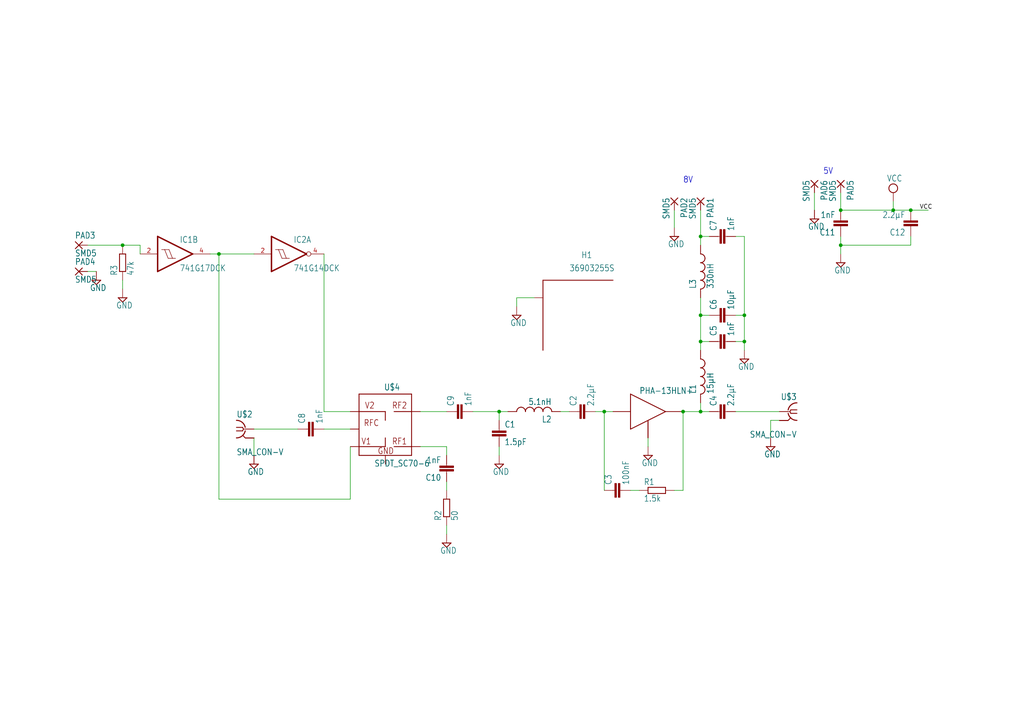
<source format=kicad_sch>
(kicad_sch
	(version 20231120)
	(generator "eeschema")
	(generator_version "8.0")
	(uuid "38c9305f-4e65-403e-b959-0908ffcf104d")
	(paper "A4")
	(lib_symbols
		(symbol "stage1_amp_flat_switch_5V_V1p1-eagle-import:741G14DCK"
			(exclude_from_sim no)
			(in_bom yes)
			(on_board yes)
			(property "Reference" "IC"
				(at -0.635 -0.635 0)
				(effects
					(font
						(size 1.778 1.5113)
					)
					(justify left bottom)
				)
			)
			(property "Value" ""
				(at 1.27 -5.08 0)
				(effects
					(font
						(size 1.778 1.5113)
					)
					(justify left bottom)
					(hide yes)
				)
			)
			(property "Footprint" "stage1_amp_flat_switch_5V_V1p1:SC70-5"
				(at 0 0 0)
				(effects
					(font
						(size 1.27 1.27)
					)
					(hide yes)
				)
			)
			(property "Datasheet" ""
				(at 0 0 0)
				(effects
					(font
						(size 1.27 1.27)
					)
					(hide yes)
				)
			)
			(property "Description" "Single Schmitt-Trigger Inverter Gate"
				(at 0 0 0)
				(effects
					(font
						(size 1.27 1.27)
					)
					(hide yes)
				)
			)
			(property "ki_locked" ""
				(at 0 0 0)
				(effects
					(font
						(size 1.27 1.27)
					)
				)
			)
			(symbol "741G14DCK_1_0"
				(polyline
					(pts
						(xy -5.08 -5.08) (xy -5.08 5.08)
					)
					(stroke
						(width 0.4064)
						(type solid)
					)
					(fill
						(type none)
					)
				)
				(polyline
					(pts
						(xy -5.08 5.08) (xy 5.08 0)
					)
					(stroke
						(width 0.4064)
						(type solid)
					)
					(fill
						(type none)
					)
				)
				(polyline
					(pts
						(xy -3.937 1.27) (xy -3.048 1.27)
					)
					(stroke
						(width 0.1524)
						(type solid)
					)
					(fill
						(type none)
					)
				)
				(polyline
					(pts
						(xy -3.048 1.27) (xy -1.778 1.27)
					)
					(stroke
						(width 0.1524)
						(type solid)
					)
					(fill
						(type none)
					)
				)
				(polyline
					(pts
						(xy -2.032 -1.27) (xy -3.048 1.27)
					)
					(stroke
						(width 0.1524)
						(type solid)
					)
					(fill
						(type none)
					)
				)
				(polyline
					(pts
						(xy -2.032 -1.27) (xy -0.762 -1.27)
					)
					(stroke
						(width 0.1524)
						(type solid)
					)
					(fill
						(type none)
					)
				)
				(polyline
					(pts
						(xy -0.762 -1.27) (xy -1.778 1.27)
					)
					(stroke
						(width 0.1524)
						(type solid)
					)
					(fill
						(type none)
					)
				)
				(polyline
					(pts
						(xy -0.762 -1.27) (xy 0.127 -1.27)
					)
					(stroke
						(width 0.1524)
						(type solid)
					)
					(fill
						(type none)
					)
				)
				(polyline
					(pts
						(xy 5.08 0) (xy -5.08 -5.08)
					)
					(stroke
						(width 0.4064)
						(type solid)
					)
					(fill
						(type none)
					)
				)
				(pin input line
					(at -10.16 0 0)
					(length 5.08)
					(name "I"
						(effects
							(font
								(size 0 0)
							)
						)
					)
					(number "2"
						(effects
							(font
								(size 1.27 1.27)
							)
						)
					)
				)
				(pin output inverted
					(at 10.16 0 180)
					(length 5.08)
					(name "O"
						(effects
							(font
								(size 0 0)
							)
						)
					)
					(number "4"
						(effects
							(font
								(size 1.27 1.27)
							)
						)
					)
				)
			)
			(symbol "741G14DCK_2_0"
				(text "GND"
					(at 1.905 -6.35 900)
					(effects
						(font
							(size 1.27 1.0795)
						)
						(justify left bottom)
					)
				)
				(text "VCC"
					(at 1.905 2.54 900)
					(effects
						(font
							(size 1.27 1.0795)
						)
						(justify left bottom)
					)
				)
				(pin power_in line
					(at 0 -7.62 90)
					(length 5.08)
					(name "GND"
						(effects
							(font
								(size 0 0)
							)
						)
					)
					(number "3"
						(effects
							(font
								(size 1.27 1.27)
							)
						)
					)
				)
				(pin power_in line
					(at 0 7.62 270)
					(length 5.08)
					(name "VCC"
						(effects
							(font
								(size 0 0)
							)
						)
					)
					(number "5"
						(effects
							(font
								(size 1.27 1.27)
							)
						)
					)
				)
			)
		)
		(symbol "stage1_amp_flat_switch_5V_V1p1-eagle-import:741G17DCK"
			(exclude_from_sim no)
			(in_bom yes)
			(on_board yes)
			(property "Reference" "IC"
				(at 1.27 3.175 0)
				(effects
					(font
						(size 1.778 1.5113)
					)
					(justify left bottom)
				)
			)
			(property "Value" ""
				(at 1.27 -5.08 0)
				(effects
					(font
						(size 1.778 1.5113)
					)
					(justify left bottom)
					(hide yes)
				)
			)
			(property "Footprint" "stage1_amp_flat_switch_5V_V1p1:SC70-5"
				(at 0 0 0)
				(effects
					(font
						(size 1.27 1.27)
					)
					(hide yes)
				)
			)
			(property "Datasheet" ""
				(at 0 0 0)
				(effects
					(font
						(size 1.27 1.27)
					)
					(hide yes)
				)
			)
			(property "Description" "Single Schmitt-Trigger Buffer"
				(at 0 0 0)
				(effects
					(font
						(size 1.27 1.27)
					)
					(hide yes)
				)
			)
			(property "ki_locked" ""
				(at 0 0 0)
				(effects
					(font
						(size 1.27 1.27)
					)
				)
			)
			(symbol "741G17DCK_1_0"
				(text "GND"
					(at 1.905 -6.35 900)
					(effects
						(font
							(size 1.27 1.0795)
						)
						(justify left bottom)
					)
				)
				(text "VCC"
					(at 1.905 2.54 900)
					(effects
						(font
							(size 1.27 1.0795)
						)
						(justify left bottom)
					)
				)
				(pin power_in line
					(at 0 -7.62 90)
					(length 5.08)
					(name "GND"
						(effects
							(font
								(size 0 0)
							)
						)
					)
					(number "3"
						(effects
							(font
								(size 1.27 1.27)
							)
						)
					)
				)
				(pin power_in line
					(at 0 7.62 270)
					(length 5.08)
					(name "VCC"
						(effects
							(font
								(size 0 0)
							)
						)
					)
					(number "5"
						(effects
							(font
								(size 1.27 1.27)
							)
						)
					)
				)
			)
			(symbol "741G17DCK_2_0"
				(polyline
					(pts
						(xy -5.08 -5.08) (xy -5.08 5.08)
					)
					(stroke
						(width 0.4064)
						(type solid)
					)
					(fill
						(type none)
					)
				)
				(polyline
					(pts
						(xy -5.08 5.08) (xy 5.08 0)
					)
					(stroke
						(width 0.4064)
						(type solid)
					)
					(fill
						(type none)
					)
				)
				(polyline
					(pts
						(xy -3.937 1.27) (xy -3.048 1.27)
					)
					(stroke
						(width 0.1524)
						(type solid)
					)
					(fill
						(type none)
					)
				)
				(polyline
					(pts
						(xy -3.048 1.27) (xy -1.778 1.27)
					)
					(stroke
						(width 0.1524)
						(type solid)
					)
					(fill
						(type none)
					)
				)
				(polyline
					(pts
						(xy -2.032 -1.27) (xy -3.048 1.27)
					)
					(stroke
						(width 0.1524)
						(type solid)
					)
					(fill
						(type none)
					)
				)
				(polyline
					(pts
						(xy -2.032 -1.27) (xy -0.762 -1.27)
					)
					(stroke
						(width 0.1524)
						(type solid)
					)
					(fill
						(type none)
					)
				)
				(polyline
					(pts
						(xy -0.762 -1.27) (xy -1.778 1.27)
					)
					(stroke
						(width 0.1524)
						(type solid)
					)
					(fill
						(type none)
					)
				)
				(polyline
					(pts
						(xy -0.762 -1.27) (xy 0.127 -1.27)
					)
					(stroke
						(width 0.1524)
						(type solid)
					)
					(fill
						(type none)
					)
				)
				(polyline
					(pts
						(xy 5.08 0) (xy -5.08 -5.08)
					)
					(stroke
						(width 0.4064)
						(type solid)
					)
					(fill
						(type none)
					)
				)
				(pin input line
					(at -10.16 0 0)
					(length 5.08)
					(name "I"
						(effects
							(font
								(size 0 0)
							)
						)
					)
					(number "2"
						(effects
							(font
								(size 1.27 1.27)
							)
						)
					)
				)
				(pin output line
					(at 10.16 0 180)
					(length 5.08)
					(name "O"
						(effects
							(font
								(size 0 0)
							)
						)
					)
					(number "4"
						(effects
							(font
								(size 1.27 1.27)
							)
						)
					)
				)
			)
		)
		(symbol "stage1_amp_flat_switch_5V_V1p1-eagle-import:C-EUC0402"
			(exclude_from_sim no)
			(in_bom yes)
			(on_board yes)
			(property "Reference" "C"
				(at 1.524 0.381 0)
				(effects
					(font
						(size 1.778 1.5113)
					)
					(justify left bottom)
				)
			)
			(property "Value" ""
				(at 1.524 -4.699 0)
				(effects
					(font
						(size 1.778 1.5113)
					)
					(justify left bottom)
				)
			)
			(property "Footprint" "stage1_amp_flat_switch_5V_V1p1:C0402"
				(at 0 0 0)
				(effects
					(font
						(size 1.27 1.27)
					)
					(hide yes)
				)
			)
			(property "Datasheet" ""
				(at 0 0 0)
				(effects
					(font
						(size 1.27 1.27)
					)
					(hide yes)
				)
			)
			(property "Description" "CAPACITOR, European symbol"
				(at 0 0 0)
				(effects
					(font
						(size 1.27 1.27)
					)
					(hide yes)
				)
			)
			(property "ki_locked" ""
				(at 0 0 0)
				(effects
					(font
						(size 1.27 1.27)
					)
				)
			)
			(symbol "C-EUC0402_1_0"
				(rectangle
					(start -2.032 -2.032)
					(end 2.032 -1.524)
					(stroke
						(width 0)
						(type default)
					)
					(fill
						(type outline)
					)
				)
				(rectangle
					(start -2.032 -1.016)
					(end 2.032 -0.508)
					(stroke
						(width 0)
						(type default)
					)
					(fill
						(type outline)
					)
				)
				(polyline
					(pts
						(xy 0 -2.54) (xy 0 -2.032)
					)
					(stroke
						(width 0.1524)
						(type solid)
					)
					(fill
						(type none)
					)
				)
				(polyline
					(pts
						(xy 0 0) (xy 0 -0.508)
					)
					(stroke
						(width 0.1524)
						(type solid)
					)
					(fill
						(type none)
					)
				)
				(pin passive line
					(at 0 2.54 270)
					(length 2.54)
					(name "1"
						(effects
							(font
								(size 0 0)
							)
						)
					)
					(number "1"
						(effects
							(font
								(size 0 0)
							)
						)
					)
				)
				(pin passive line
					(at 0 -5.08 90)
					(length 2.54)
					(name "2"
						(effects
							(font
								(size 0 0)
							)
						)
					)
					(number "2"
						(effects
							(font
								(size 0 0)
							)
						)
					)
				)
			)
		)
		(symbol "stage1_amp_flat_switch_5V_V1p1-eagle-import:C-EUC0805"
			(exclude_from_sim no)
			(in_bom yes)
			(on_board yes)
			(property "Reference" "C"
				(at 1.524 0.381 0)
				(effects
					(font
						(size 1.778 1.5113)
					)
					(justify left bottom)
				)
			)
			(property "Value" ""
				(at 1.524 -4.699 0)
				(effects
					(font
						(size 1.778 1.5113)
					)
					(justify left bottom)
				)
			)
			(property "Footprint" "stage1_amp_flat_switch_5V_V1p1:C0805"
				(at 0 0 0)
				(effects
					(font
						(size 1.27 1.27)
					)
					(hide yes)
				)
			)
			(property "Datasheet" ""
				(at 0 0 0)
				(effects
					(font
						(size 1.27 1.27)
					)
					(hide yes)
				)
			)
			(property "Description" "CAPACITOR, European symbol"
				(at 0 0 0)
				(effects
					(font
						(size 1.27 1.27)
					)
					(hide yes)
				)
			)
			(property "ki_locked" ""
				(at 0 0 0)
				(effects
					(font
						(size 1.27 1.27)
					)
				)
			)
			(symbol "C-EUC0805_1_0"
				(rectangle
					(start -2.032 -2.032)
					(end 2.032 -1.524)
					(stroke
						(width 0)
						(type default)
					)
					(fill
						(type outline)
					)
				)
				(rectangle
					(start -2.032 -1.016)
					(end 2.032 -0.508)
					(stroke
						(width 0)
						(type default)
					)
					(fill
						(type outline)
					)
				)
				(polyline
					(pts
						(xy 0 -2.54) (xy 0 -2.032)
					)
					(stroke
						(width 0.1524)
						(type solid)
					)
					(fill
						(type none)
					)
				)
				(polyline
					(pts
						(xy 0 0) (xy 0 -0.508)
					)
					(stroke
						(width 0.1524)
						(type solid)
					)
					(fill
						(type none)
					)
				)
				(pin passive line
					(at 0 2.54 270)
					(length 2.54)
					(name "1"
						(effects
							(font
								(size 0 0)
							)
						)
					)
					(number "1"
						(effects
							(font
								(size 0 0)
							)
						)
					)
				)
				(pin passive line
					(at 0 -5.08 90)
					(length 2.54)
					(name "2"
						(effects
							(font
								(size 0 0)
							)
						)
					)
					(number "2"
						(effects
							(font
								(size 0 0)
							)
						)
					)
				)
			)
		)
		(symbol "stage1_amp_flat_switch_5V_V1p1-eagle-import:GND"
			(power)
			(exclude_from_sim no)
			(in_bom yes)
			(on_board yes)
			(property "Reference" "#SUPPLY"
				(at 0 0 0)
				(effects
					(font
						(size 1.27 1.27)
					)
					(hide yes)
				)
			)
			(property "Value" ""
				(at -1.905 -3.175 0)
				(effects
					(font
						(size 1.778 1.5113)
					)
					(justify left bottom)
				)
			)
			(property "Footprint" ""
				(at 0 0 0)
				(effects
					(font
						(size 1.27 1.27)
					)
					(hide yes)
				)
			)
			(property "Datasheet" ""
				(at 0 0 0)
				(effects
					(font
						(size 1.27 1.27)
					)
					(hide yes)
				)
			)
			(property "Description" "SUPPLY SYMBOL"
				(at 0 0 0)
				(effects
					(font
						(size 1.27 1.27)
					)
					(hide yes)
				)
			)
			(property "ki_locked" ""
				(at 0 0 0)
				(effects
					(font
						(size 1.27 1.27)
					)
				)
			)
			(symbol "GND_1_0"
				(polyline
					(pts
						(xy -1.27 0) (xy 1.27 0)
					)
					(stroke
						(width 0.254)
						(type solid)
					)
					(fill
						(type none)
					)
				)
				(polyline
					(pts
						(xy 0 -1.27) (xy -1.27 0)
					)
					(stroke
						(width 0.254)
						(type solid)
					)
					(fill
						(type none)
					)
				)
				(polyline
					(pts
						(xy 1.27 0) (xy 0 -1.27)
					)
					(stroke
						(width 0.254)
						(type solid)
					)
					(fill
						(type none)
					)
				)
				(pin power_in line
					(at 0 2.54 270)
					(length 2.54)
					(name "GND"
						(effects
							(font
								(size 0 0)
							)
						)
					)
					(number "1"
						(effects
							(font
								(size 0 0)
							)
						)
					)
				)
			)
		)
		(symbol "stage1_amp_flat_switch_5V_V1p1-eagle-import:L-USL2012C"
			(exclude_from_sim no)
			(in_bom yes)
			(on_board yes)
			(property "Reference" "L"
				(at -1.27 -5.08 90)
				(effects
					(font
						(size 1.778 1.5113)
					)
					(justify left bottom)
				)
			)
			(property "Value" ""
				(at 3.81 -5.08 90)
				(effects
					(font
						(size 1.778 1.5113)
					)
					(justify left bottom)
				)
			)
			(property "Footprint" "stage1_amp_flat_switch_5V_V1p1:L2012C"
				(at 0 0 0)
				(effects
					(font
						(size 1.27 1.27)
					)
					(hide yes)
				)
			)
			(property "Datasheet" ""
				(at 0 0 0)
				(effects
					(font
						(size 1.27 1.27)
					)
					(hide yes)
				)
			)
			(property "Description" "INDUCTOR, American symbol"
				(at 0 0 0)
				(effects
					(font
						(size 1.27 1.27)
					)
					(hide yes)
				)
			)
			(property "ki_locked" ""
				(at 0 0 0)
				(effects
					(font
						(size 1.27 1.27)
					)
				)
			)
			(symbol "L-USL2012C_1_0"
				(arc
					(start 0 -5.08)
					(mid 0.898 -4.708)
					(end 1.27 -3.81)
					(stroke
						(width 0.254)
						(type solid)
					)
					(fill
						(type none)
					)
				)
				(arc
					(start 0 -2.54)
					(mid 0.898 -2.168)
					(end 1.27 -1.27)
					(stroke
						(width 0.254)
						(type solid)
					)
					(fill
						(type none)
					)
				)
				(arc
					(start 0 0)
					(mid 0.898 0.372)
					(end 1.27 1.27)
					(stroke
						(width 0.254)
						(type solid)
					)
					(fill
						(type none)
					)
				)
				(arc
					(start 0 2.54)
					(mid 0.898 2.912)
					(end 1.27 3.81)
					(stroke
						(width 0.254)
						(type solid)
					)
					(fill
						(type none)
					)
				)
				(arc
					(start 1.27 -3.81)
					(mid 0.898 -2.912)
					(end 0 -2.54)
					(stroke
						(width 0.254)
						(type solid)
					)
					(fill
						(type none)
					)
				)
				(arc
					(start 1.27 -1.27)
					(mid 0.898 -0.372)
					(end 0 0)
					(stroke
						(width 0.254)
						(type solid)
					)
					(fill
						(type none)
					)
				)
				(arc
					(start 1.27 1.27)
					(mid 0.898 2.168)
					(end 0 2.54)
					(stroke
						(width 0.254)
						(type solid)
					)
					(fill
						(type none)
					)
				)
				(arc
					(start 1.27 3.81)
					(mid 0.898 4.708)
					(end 0 5.08)
					(stroke
						(width 0.254)
						(type solid)
					)
					(fill
						(type none)
					)
				)
				(pin passive line
					(at 0 7.62 270)
					(length 2.54)
					(name "1"
						(effects
							(font
								(size 0 0)
							)
						)
					)
					(number "1"
						(effects
							(font
								(size 0 0)
							)
						)
					)
				)
				(pin passive line
					(at 0 -7.62 90)
					(length 2.54)
					(name "2"
						(effects
							(font
								(size 0 0)
							)
						)
					)
					(number "2"
						(effects
							(font
								(size 0 0)
							)
						)
					)
				)
			)
		)
		(symbol "stage1_amp_flat_switch_5V_V1p1-eagle-import:L-USL3225M"
			(exclude_from_sim no)
			(in_bom yes)
			(on_board yes)
			(property "Reference" "L"
				(at -1.27 -5.08 90)
				(effects
					(font
						(size 1.778 1.5113)
					)
					(justify left bottom)
				)
			)
			(property "Value" ""
				(at 3.81 -5.08 90)
				(effects
					(font
						(size 1.778 1.5113)
					)
					(justify left bottom)
				)
			)
			(property "Footprint" "stage1_amp_flat_switch_5V_V1p1:L3225M"
				(at 0 0 0)
				(effects
					(font
						(size 1.27 1.27)
					)
					(hide yes)
				)
			)
			(property "Datasheet" ""
				(at 0 0 0)
				(effects
					(font
						(size 1.27 1.27)
					)
					(hide yes)
				)
			)
			(property "Description" "INDUCTOR, American symbol"
				(at 0 0 0)
				(effects
					(font
						(size 1.27 1.27)
					)
					(hide yes)
				)
			)
			(property "ki_locked" ""
				(at 0 0 0)
				(effects
					(font
						(size 1.27 1.27)
					)
				)
			)
			(symbol "L-USL3225M_1_0"
				(arc
					(start 0 -5.08)
					(mid 0.898 -4.708)
					(end 1.27 -3.81)
					(stroke
						(width 0.254)
						(type solid)
					)
					(fill
						(type none)
					)
				)
				(arc
					(start 0 -2.54)
					(mid 0.898 -2.168)
					(end 1.27 -1.27)
					(stroke
						(width 0.254)
						(type solid)
					)
					(fill
						(type none)
					)
				)
				(arc
					(start 0 0)
					(mid 0.898 0.372)
					(end 1.27 1.27)
					(stroke
						(width 0.254)
						(type solid)
					)
					(fill
						(type none)
					)
				)
				(arc
					(start 0 2.54)
					(mid 0.898 2.912)
					(end 1.27 3.81)
					(stroke
						(width 0.254)
						(type solid)
					)
					(fill
						(type none)
					)
				)
				(arc
					(start 1.27 -3.81)
					(mid 0.898 -2.912)
					(end 0 -2.54)
					(stroke
						(width 0.254)
						(type solid)
					)
					(fill
						(type none)
					)
				)
				(arc
					(start 1.27 -1.27)
					(mid 0.898 -0.372)
					(end 0 0)
					(stroke
						(width 0.254)
						(type solid)
					)
					(fill
						(type none)
					)
				)
				(arc
					(start 1.27 1.27)
					(mid 0.898 2.168)
					(end 0 2.54)
					(stroke
						(width 0.254)
						(type solid)
					)
					(fill
						(type none)
					)
				)
				(arc
					(start 1.27 3.81)
					(mid 0.898 4.708)
					(end 0 5.08)
					(stroke
						(width 0.254)
						(type solid)
					)
					(fill
						(type none)
					)
				)
				(pin passive line
					(at 0 7.62 270)
					(length 2.54)
					(name "1"
						(effects
							(font
								(size 0 0)
							)
						)
					)
					(number "1"
						(effects
							(font
								(size 0 0)
							)
						)
					)
				)
				(pin passive line
					(at 0 -7.62 90)
					(length 2.54)
					(name "2"
						(effects
							(font
								(size 0 0)
							)
						)
					)
					(number "2"
						(effects
							(font
								(size 0 0)
							)
						)
					)
				)
			)
		)
		(symbol "stage1_amp_flat_switch_5V_V1p1-eagle-import:R-EU_R0402"
			(exclude_from_sim no)
			(in_bom yes)
			(on_board yes)
			(property "Reference" "R"
				(at -3.81 1.4986 0)
				(effects
					(font
						(size 1.778 1.5113)
					)
					(justify left bottom)
				)
			)
			(property "Value" ""
				(at -3.81 -3.302 0)
				(effects
					(font
						(size 1.778 1.5113)
					)
					(justify left bottom)
				)
			)
			(property "Footprint" "stage1_amp_flat_switch_5V_V1p1:R0402"
				(at 0 0 0)
				(effects
					(font
						(size 1.27 1.27)
					)
					(hide yes)
				)
			)
			(property "Datasheet" ""
				(at 0 0 0)
				(effects
					(font
						(size 1.27 1.27)
					)
					(hide yes)
				)
			)
			(property "Description" "RESISTOR, European symbol"
				(at 0 0 0)
				(effects
					(font
						(size 1.27 1.27)
					)
					(hide yes)
				)
			)
			(property "ki_locked" ""
				(at 0 0 0)
				(effects
					(font
						(size 1.27 1.27)
					)
				)
			)
			(symbol "R-EU_R0402_1_0"
				(polyline
					(pts
						(xy -2.54 -0.889) (xy -2.54 0.889)
					)
					(stroke
						(width 0.254)
						(type solid)
					)
					(fill
						(type none)
					)
				)
				(polyline
					(pts
						(xy -2.54 -0.889) (xy 2.54 -0.889)
					)
					(stroke
						(width 0.254)
						(type solid)
					)
					(fill
						(type none)
					)
				)
				(polyline
					(pts
						(xy 2.54 -0.889) (xy 2.54 0.889)
					)
					(stroke
						(width 0.254)
						(type solid)
					)
					(fill
						(type none)
					)
				)
				(polyline
					(pts
						(xy 2.54 0.889) (xy -2.54 0.889)
					)
					(stroke
						(width 0.254)
						(type solid)
					)
					(fill
						(type none)
					)
				)
				(pin passive line
					(at -5.08 0 0)
					(length 2.54)
					(name "1"
						(effects
							(font
								(size 0 0)
							)
						)
					)
					(number "1"
						(effects
							(font
								(size 0 0)
							)
						)
					)
				)
				(pin passive line
					(at 5.08 0 180)
					(length 2.54)
					(name "2"
						(effects
							(font
								(size 0 0)
							)
						)
					)
					(number "2"
						(effects
							(font
								(size 0 0)
							)
						)
					)
				)
			)
		)
		(symbol "stage1_amp_flat_switch_5V_V1p1-eagle-import:R-EU_R0805"
			(exclude_from_sim no)
			(in_bom yes)
			(on_board yes)
			(property "Reference" "R"
				(at -3.81 1.4986 0)
				(effects
					(font
						(size 1.778 1.5113)
					)
					(justify left bottom)
				)
			)
			(property "Value" ""
				(at -3.81 -3.302 0)
				(effects
					(font
						(size 1.778 1.5113)
					)
					(justify left bottom)
				)
			)
			(property "Footprint" "stage1_amp_flat_switch_5V_V1p1:R0805"
				(at 0 0 0)
				(effects
					(font
						(size 1.27 1.27)
					)
					(hide yes)
				)
			)
			(property "Datasheet" ""
				(at 0 0 0)
				(effects
					(font
						(size 1.27 1.27)
					)
					(hide yes)
				)
			)
			(property "Description" "RESISTOR, European symbol"
				(at 0 0 0)
				(effects
					(font
						(size 1.27 1.27)
					)
					(hide yes)
				)
			)
			(property "ki_locked" ""
				(at 0 0 0)
				(effects
					(font
						(size 1.27 1.27)
					)
				)
			)
			(symbol "R-EU_R0805_1_0"
				(polyline
					(pts
						(xy -2.54 -0.889) (xy -2.54 0.889)
					)
					(stroke
						(width 0.254)
						(type solid)
					)
					(fill
						(type none)
					)
				)
				(polyline
					(pts
						(xy -2.54 -0.889) (xy 2.54 -0.889)
					)
					(stroke
						(width 0.254)
						(type solid)
					)
					(fill
						(type none)
					)
				)
				(polyline
					(pts
						(xy 2.54 -0.889) (xy 2.54 0.889)
					)
					(stroke
						(width 0.254)
						(type solid)
					)
					(fill
						(type none)
					)
				)
				(polyline
					(pts
						(xy 2.54 0.889) (xy -2.54 0.889)
					)
					(stroke
						(width 0.254)
						(type solid)
					)
					(fill
						(type none)
					)
				)
				(pin passive line
					(at -5.08 0 0)
					(length 2.54)
					(name "1"
						(effects
							(font
								(size 0 0)
							)
						)
					)
					(number "1"
						(effects
							(font
								(size 0 0)
							)
						)
					)
				)
				(pin passive line
					(at 5.08 0 180)
					(length 2.54)
					(name "2"
						(effects
							(font
								(size 0 0)
							)
						)
					)
					(number "2"
						(effects
							(font
								(size 0 0)
							)
						)
					)
				)
			)
		)
		(symbol "stage1_amp_flat_switch_5V_V1p1-eagle-import:SMA_CON-V"
			(exclude_from_sim no)
			(in_bom yes)
			(on_board yes)
			(property "Reference" ""
				(at -2.54 3.302 0)
				(effects
					(font
						(size 1.778 1.5113)
					)
					(justify left bottom)
					(hide yes)
				)
			)
			(property "Value" ""
				(at -2.54 -7.62 0)
				(effects
					(font
						(size 1.778 1.5113)
					)
					(justify left bottom)
				)
			)
			(property "Footprint" "stage1_amp_flat_switch_5V_V1p1:BU-SMA-V"
				(at 0 0 0)
				(effects
					(font
						(size 1.27 1.27)
					)
					(hide yes)
				)
			)
			(property "Datasheet" ""
				(at 0 0 0)
				(effects
					(font
						(size 1.27 1.27)
					)
					(hide yes)
				)
			)
			(property "Description" ""
				(at 0 0 0)
				(effects
					(font
						(size 1.27 1.27)
					)
					(hide yes)
				)
			)
			(property "ki_locked" ""
				(at 0 0 0)
				(effects
					(font
						(size 1.27 1.27)
					)
				)
			)
			(symbol "SMA_CON-V_1_0"
				(arc
					(start -2.54 -2.54)
					(mid -0.9022 -1.9838)
					(end 0 -0.508)
					(stroke
						(width 0.3048)
						(type solid)
					)
					(fill
						(type none)
					)
				)
				(polyline
					(pts
						(xy -2.54 0.508) (xy -0.762 0.508)
					)
					(stroke
						(width 0.254)
						(type solid)
					)
					(fill
						(type none)
					)
				)
				(polyline
					(pts
						(xy -0.762 -0.508) (xy -2.54 -0.508)
					)
					(stroke
						(width 0.254)
						(type solid)
					)
					(fill
						(type none)
					)
				)
				(polyline
					(pts
						(xy -0.762 0.508) (xy -0.508 0)
					)
					(stroke
						(width 0.254)
						(type solid)
					)
					(fill
						(type none)
					)
				)
				(polyline
					(pts
						(xy -0.508 0) (xy -0.762 -0.508)
					)
					(stroke
						(width 0.254)
						(type solid)
					)
					(fill
						(type none)
					)
				)
				(polyline
					(pts
						(xy 0 -2.54) (xy -0.762 -1.778)
					)
					(stroke
						(width 0.254)
						(type solid)
					)
					(fill
						(type none)
					)
				)
				(polyline
					(pts
						(xy 0 0) (xy -0.508 0)
					)
					(stroke
						(width 0.1524)
						(type solid)
					)
					(fill
						(type none)
					)
				)
				(arc
					(start 0 0.508)
					(mid -0.9022 1.9838)
					(end -2.54 2.54)
					(stroke
						(width 0.3048)
						(type solid)
					)
					(fill
						(type none)
					)
				)
				(pin passive line
					(at 2.54 0 180)
					(length 2.54)
					(name "1"
						(effects
							(font
								(size 0 0)
							)
						)
					)
					(number "1"
						(effects
							(font
								(size 0 0)
							)
						)
					)
				)
				(pin passive line
					(at 2.54 -2.54 180)
					(length 2.54)
					(name "GND@1"
						(effects
							(font
								(size 0 0)
							)
						)
					)
					(number "2"
						(effects
							(font
								(size 0 0)
							)
						)
					)
				)
				(pin passive line
					(at 2.54 -2.54 180)
					(length 2.54)
					(name "GND@1"
						(effects
							(font
								(size 0 0)
							)
						)
					)
					(number "3"
						(effects
							(font
								(size 0 0)
							)
						)
					)
				)
				(pin passive line
					(at 2.54 -2.54 180)
					(length 2.54)
					(name "GND@1"
						(effects
							(font
								(size 0 0)
							)
						)
					)
					(number "4"
						(effects
							(font
								(size 0 0)
							)
						)
					)
				)
				(pin passive line
					(at 2.54 -2.54 180)
					(length 2.54)
					(name "GND@1"
						(effects
							(font
								(size 0 0)
							)
						)
					)
					(number "5"
						(effects
							(font
								(size 0 0)
							)
						)
					)
				)
			)
		)
		(symbol "stage1_amp_flat_switch_5V_V1p1-eagle-import:SMD5"
			(exclude_from_sim no)
			(in_bom yes)
			(on_board yes)
			(property "Reference" "PAD"
				(at -1.143 1.8542 0)
				(effects
					(font
						(size 1.778 1.5113)
					)
					(justify left bottom)
				)
			)
			(property "Value" ""
				(at -1.143 -3.302 0)
				(effects
					(font
						(size 1.778 1.5113)
					)
					(justify left bottom)
				)
			)
			(property "Footprint" "stage1_amp_flat_switch_5V_V1p1:SMD2,54-5,08"
				(at 0 0 0)
				(effects
					(font
						(size 1.27 1.27)
					)
					(hide yes)
				)
			)
			(property "Datasheet" ""
				(at 0 0 0)
				(effects
					(font
						(size 1.27 1.27)
					)
					(hide yes)
				)
			)
			(property "Description" "SMD PAD"
				(at 0 0 0)
				(effects
					(font
						(size 1.27 1.27)
					)
					(hide yes)
				)
			)
			(property "ki_locked" ""
				(at 0 0 0)
				(effects
					(font
						(size 1.27 1.27)
					)
				)
			)
			(symbol "SMD5_1_0"
				(polyline
					(pts
						(xy -1.016 -1.016) (xy 1.016 1.016)
					)
					(stroke
						(width 0.254)
						(type solid)
					)
					(fill
						(type none)
					)
				)
				(polyline
					(pts
						(xy -1.016 1.016) (xy 1.016 -1.016)
					)
					(stroke
						(width 0.254)
						(type solid)
					)
					(fill
						(type none)
					)
				)
				(pin passive line
					(at 2.54 0 180)
					(length 2.54)
					(name "P"
						(effects
							(font
								(size 0 0)
							)
						)
					)
					(number "1"
						(effects
							(font
								(size 0 0)
							)
						)
					)
				)
			)
		)
		(symbol "stage1_amp_flat_switch_5V_V1p1-eagle-import:SPDT_SC70-6"
			(exclude_from_sim no)
			(in_bom yes)
			(on_board yes)
			(property "Reference" ""
				(at -1.778 11.176 0)
				(effects
					(font
						(size 1.778 1.5113)
					)
					(justify left bottom)
					(hide yes)
				)
			)
			(property "Value" ""
				(at -10.414 -10.922 0)
				(effects
					(font
						(size 1.778 1.5113)
					)
					(justify left bottom)
				)
			)
			(property "Footprint" "stage1_amp_flat_switch_5V_V1p1:SC70-6"
				(at 0 0 0)
				(effects
					(font
						(size 1.27 1.27)
					)
					(hide yes)
				)
			)
			(property "Datasheet" ""
				(at 0 0 0)
				(effects
					(font
						(size 1.27 1.27)
					)
					(hide yes)
				)
			)
			(property "Description" ""
				(at 0 0 0)
				(effects
					(font
						(size 1.27 1.27)
					)
					(hide yes)
				)
			)
			(property "ki_locked" ""
				(at 0 0 0)
				(effects
					(font
						(size 1.27 1.27)
					)
				)
			)
			(symbol "SPDT_SC70-6_1_0"
				(polyline
					(pts
						(xy -5.08 -7.62) (xy 10.16 -7.62)
					)
					(stroke
						(width 0.254)
						(type solid)
					)
					(fill
						(type none)
					)
				)
				(polyline
					(pts
						(xy -5.08 -5.08) (xy -5.08 -7.62)
					)
					(stroke
						(width 0.254)
						(type solid)
					)
					(fill
						(type none)
					)
				)
				(polyline
					(pts
						(xy -5.08 -5.08) (xy 0 -5.08)
					)
					(stroke
						(width 0.254)
						(type solid)
					)
					(fill
						(type none)
					)
				)
				(polyline
					(pts
						(xy -5.08 5.08) (xy -5.08 -5.08)
					)
					(stroke
						(width 0.254)
						(type solid)
					)
					(fill
						(type none)
					)
				)
				(polyline
					(pts
						(xy -5.08 5.08) (xy 0 5.08)
					)
					(stroke
						(width 0.254)
						(type solid)
					)
					(fill
						(type none)
					)
				)
				(polyline
					(pts
						(xy -5.08 10.16) (xy -5.08 5.08)
					)
					(stroke
						(width 0.254)
						(type solid)
					)
					(fill
						(type none)
					)
				)
				(polyline
					(pts
						(xy 2.54 -5.08) (xy 2.54 -2.54)
					)
					(stroke
						(width 0.254)
						(type solid)
					)
					(fill
						(type none)
					)
				)
				(polyline
					(pts
						(xy 2.54 5.08) (xy 2.54 2.54)
					)
					(stroke
						(width 0.254)
						(type solid)
					)
					(fill
						(type none)
					)
				)
				(polyline
					(pts
						(xy 10.16 -7.62) (xy 10.16 -5.08)
					)
					(stroke
						(width 0.254)
						(type solid)
					)
					(fill
						(type none)
					)
				)
				(polyline
					(pts
						(xy 10.16 -5.08) (xy 2.54 -5.08)
					)
					(stroke
						(width 0.254)
						(type solid)
					)
					(fill
						(type none)
					)
				)
				(polyline
					(pts
						(xy 10.16 -5.08) (xy 10.16 5.08)
					)
					(stroke
						(width 0.254)
						(type solid)
					)
					(fill
						(type none)
					)
				)
				(polyline
					(pts
						(xy 10.16 5.08) (xy 2.54 5.08)
					)
					(stroke
						(width 0.254)
						(type solid)
					)
					(fill
						(type none)
					)
				)
				(polyline
					(pts
						(xy 10.16 5.08) (xy 10.16 10.16)
					)
					(stroke
						(width 0.254)
						(type solid)
					)
					(fill
						(type none)
					)
				)
				(polyline
					(pts
						(xy 10.16 10.16) (xy -5.08 10.16)
					)
					(stroke
						(width 0.254)
						(type solid)
					)
					(fill
						(type none)
					)
				)
				(text "GND"
					(at 0 -7.366 0)
					(effects
						(font
							(size 1.778 1.5113)
						)
						(justify left bottom)
					)
				)
				(text "RF1"
					(at -3.81 -4.572 0)
					(effects
						(font
							(size 1.778 1.5113)
						)
						(justify left bottom)
					)
				)
				(text "RF2"
					(at -3.81 5.842 0)
					(effects
						(font
							(size 1.778 1.5113)
						)
						(justify left bottom)
					)
				)
				(text "RFC"
					(at 4.318 0.762 0)
					(effects
						(font
							(size 1.778 1.5113)
						)
						(justify left bottom)
					)
				)
				(text "V1"
					(at 6.604 -4.572 0)
					(effects
						(font
							(size 1.778 1.5113)
						)
						(justify left bottom)
					)
				)
				(text "V2"
					(at 5.588 5.842 0)
					(effects
						(font
							(size 1.778 1.5113)
						)
						(justify left bottom)
					)
				)
				(pin bidirectional line
					(at -7.62 -5.08 0)
					(length 2.54)
					(name "RF1"
						(effects
							(font
								(size 0 0)
							)
						)
					)
					(number "1"
						(effects
							(font
								(size 0 0)
							)
						)
					)
				)
				(pin bidirectional line
					(at 2.54 -10.16 90)
					(length 2.54)
					(name "GND"
						(effects
							(font
								(size 0 0)
							)
						)
					)
					(number "2"
						(effects
							(font
								(size 0 0)
							)
						)
					)
				)
				(pin bidirectional line
					(at -7.62 5.08 0)
					(length 2.54)
					(name "RF2"
						(effects
							(font
								(size 0 0)
							)
						)
					)
					(number "3"
						(effects
							(font
								(size 0 0)
							)
						)
					)
				)
				(pin bidirectional line
					(at 12.7 5.08 180)
					(length 2.54)
					(name "V2"
						(effects
							(font
								(size 0 0)
							)
						)
					)
					(number "4"
						(effects
							(font
								(size 0 0)
							)
						)
					)
				)
				(pin bidirectional line
					(at 12.7 0 180)
					(length 2.54)
					(name "RFC"
						(effects
							(font
								(size 0 0)
							)
						)
					)
					(number "5"
						(effects
							(font
								(size 0 0)
							)
						)
					)
				)
				(pin bidirectional line
					(at 12.7 -5.08 180)
					(length 2.54)
					(name "V1"
						(effects
							(font
								(size 0 0)
							)
						)
					)
					(number "6"
						(effects
							(font
								(size 0 0)
							)
						)
					)
				)
			)
		)
		(symbol "stage1_amp_flat_switch_5V_V1p1-eagle-import:TQP3M9008SOT-89"
			(exclude_from_sim no)
			(in_bom yes)
			(on_board yes)
			(property "Reference" ""
				(at 0 0 0)
				(effects
					(font
						(size 1.27 1.27)
					)
					(hide yes)
				)
			)
			(property "Value" ""
				(at 0 5.08 0)
				(effects
					(font
						(size 1.778 1.5113)
					)
					(justify left bottom)
				)
			)
			(property "Footprint" "stage1_amp_flat_switch_5V_V1p1:SOT89"
				(at 0 0 0)
				(effects
					(font
						(size 1.27 1.27)
					)
					(hide yes)
				)
			)
			(property "Datasheet" ""
				(at 0 0 0)
				(effects
					(font
						(size 1.27 1.27)
					)
					(hide yes)
				)
			)
			(property "Description" ""
				(at 0 0 0)
				(effects
					(font
						(size 1.27 1.27)
					)
					(hide yes)
				)
			)
			(property "ki_locked" ""
				(at 0 0 0)
				(effects
					(font
						(size 1.27 1.27)
					)
				)
			)
			(symbol "TQP3M9008SOT-89_1_0"
				(polyline
					(pts
						(xy -2.54 5.08) (xy -2.54 -5.08)
					)
					(stroke
						(width 0.254)
						(type solid)
					)
					(fill
						(type none)
					)
				)
				(polyline
					(pts
						(xy -2.54 5.08) (xy 7.62 0)
					)
					(stroke
						(width 0.254)
						(type solid)
					)
					(fill
						(type none)
					)
				)
				(polyline
					(pts
						(xy 7.62 0) (xy -2.54 -5.08)
					)
					(stroke
						(width 0.254)
						(type solid)
					)
					(fill
						(type none)
					)
				)
				(pin bidirectional line
					(at -7.62 0 0)
					(length 5.08)
					(name "IN"
						(effects
							(font
								(size 0 0)
							)
						)
					)
					(number "1"
						(effects
							(font
								(size 0 0)
							)
						)
					)
				)
				(pin bidirectional line
					(at 2.54 -7.62 90)
					(length 5.08)
					(name "GND"
						(effects
							(font
								(size 0 0)
							)
						)
					)
					(number "2"
						(effects
							(font
								(size 0 0)
							)
						)
					)
				)
				(pin bidirectional line
					(at 2.54 -7.62 90)
					(length 5.08)
					(name "GND"
						(effects
							(font
								(size 0 0)
							)
						)
					)
					(number "2@1"
						(effects
							(font
								(size 0 0)
							)
						)
					)
				)
				(pin bidirectional line
					(at 12.7 0 180)
					(length 5.08)
					(name "OUT"
						(effects
							(font
								(size 0 0)
							)
						)
					)
					(number "3"
						(effects
							(font
								(size 0 0)
							)
						)
					)
				)
			)
		)
		(symbol "stage1_amp_flat_switch_5V_V1p1-eagle-import:VCC"
			(power)
			(exclude_from_sim no)
			(in_bom yes)
			(on_board yes)
			(property "Reference" "#SUPPLY"
				(at 0 0 0)
				(effects
					(font
						(size 1.27 1.27)
					)
					(hide yes)
				)
			)
			(property "Value" ""
				(at -1.905 3.175 0)
				(effects
					(font
						(size 1.778 1.5113)
					)
					(justify left bottom)
				)
			)
			(property "Footprint" ""
				(at 0 0 0)
				(effects
					(font
						(size 1.27 1.27)
					)
					(hide yes)
				)
			)
			(property "Datasheet" ""
				(at 0 0 0)
				(effects
					(font
						(size 1.27 1.27)
					)
					(hide yes)
				)
			)
			(property "Description" "SUPPLY SYMBOL"
				(at 0 0 0)
				(effects
					(font
						(size 1.27 1.27)
					)
					(hide yes)
				)
			)
			(property "ki_locked" ""
				(at 0 0 0)
				(effects
					(font
						(size 1.27 1.27)
					)
				)
			)
			(symbol "VCC_1_0"
				(circle
					(center 0 1.27)
					(radius 1.27)
					(stroke
						(width 0.254)
						(type solid)
					)
					(fill
						(type none)
					)
				)
				(pin power_in line
					(at 0 -2.54 90)
					(length 2.54)
					(name "VCC"
						(effects
							(font
								(size 0 0)
							)
						)
					)
					(number "1"
						(effects
							(font
								(size 0 0)
							)
						)
					)
				)
			)
		)
		(symbol "stage1_amp_flat_switch_5V_V1p1-eagle-import:WE-SHC_ONE-PIECE_36903255S"
			(exclude_from_sim no)
			(in_bom yes)
			(on_board yes)
			(property "Reference" "H"
				(at 5.08 13.97 0)
				(effects
					(font
						(size 1.778 1.5113)
					)
					(justify bottom)
				)
			)
			(property "Value" ""
				(at 0 10.16 0)
				(effects
					(font
						(size 1.778 1.5113)
					)
					(justify left bottom)
				)
			)
			(property "Footprint" "stage1_amp_flat_switch_5V_V1p1:WE-SHC_ONE-PIECE_36903255S"
				(at 0 0 0)
				(effects
					(font
						(size 1.27 1.27)
					)
					(hide yes)
				)
			)
			(property "Datasheet" ""
				(at 0 0 0)
				(effects
					(font
						(size 1.27 1.27)
					)
					(hide yes)
				)
			)
			(property "Description" " WE-SHC Shielding Cabinet\nfor Standard Applications\n\nCharacteristics\n\nCustomizable Product Series:\nDimensions\nShape (Cabi\nBase material\nPlating\nTin plate in accordance with DIN EN 10202/10203\nTwo-part case consisting of a solderable grid frame (SMT/THT) and a removable cover\nPackaged in Tape&Reel for easy pick&place soldering\n\nApplications\n\nTo prevent EMI radiation from PCB and to keep sensitivity low of:\n– RF output stages\n– RF input and amplifier stages\n– Oscillators\n– EMC sensitive parts in plastic cases\n\nhttps://www.we-online.com/catalog/media/o14744v209%20Family_WE-SHC_NEU_2017_bearbeitet.jpg\n\nDetails see: https://www.we-online.com/catalog/en/WE-SHC https://www.we-online.com/catalog/en/WE-SHC\n\nUpdated  by Ella Wu 2019-06-05\n2019 (C) Wurth Elektronik"
				(at 0 0 0)
				(effects
					(font
						(size 1.27 1.27)
					)
					(hide yes)
				)
			)
			(property "ki_locked" ""
				(at 0 0 0)
				(effects
					(font
						(size 1.27 1.27)
					)
				)
			)
			(symbol "WE-SHC_ONE-PIECE_36903255S_1_0"
				(polyline
					(pts
						(xy -7.62 7.62) (xy -7.62 -12.7)
					)
					(stroke
						(width 0.254)
						(type solid)
					)
					(fill
						(type none)
					)
				)
				(polyline
					(pts
						(xy 12.7 7.62) (xy -7.62 7.62)
					)
					(stroke
						(width 0.254)
						(type solid)
					)
					(fill
						(type none)
					)
				)
				(pin power_in line
					(at -10.16 2.54 0)
					(length 2.54)
					(name "GND"
						(effects
							(font
								(size 0 0)
							)
						)
					)
					(number "1"
						(effects
							(font
								(size 0 0)
							)
						)
					)
				)
				(pin power_in line
					(at -10.16 2.54 0)
					(length 2.54)
					(name "GND"
						(effects
							(font
								(size 0 0)
							)
						)
					)
					(number "10"
						(effects
							(font
								(size 0 0)
							)
						)
					)
				)
				(pin power_in line
					(at -10.16 2.54 0)
					(length 2.54)
					(name "GND"
						(effects
							(font
								(size 0 0)
							)
						)
					)
					(number "11"
						(effects
							(font
								(size 0 0)
							)
						)
					)
				)
				(pin power_in line
					(at -10.16 2.54 0)
					(length 2.54)
					(name "GND"
						(effects
							(font
								(size 0 0)
							)
						)
					)
					(number "12"
						(effects
							(font
								(size 0 0)
							)
						)
					)
				)
				(pin power_in line
					(at -10.16 2.54 0)
					(length 2.54)
					(name "GND"
						(effects
							(font
								(size 0 0)
							)
						)
					)
					(number "13"
						(effects
							(font
								(size 0 0)
							)
						)
					)
				)
				(pin power_in line
					(at -10.16 2.54 0)
					(length 2.54)
					(name "GND"
						(effects
							(font
								(size 0 0)
							)
						)
					)
					(number "14"
						(effects
							(font
								(size 0 0)
							)
						)
					)
				)
				(pin power_in line
					(at -10.16 2.54 0)
					(length 2.54)
					(name "GND"
						(effects
							(font
								(size 0 0)
							)
						)
					)
					(number "15"
						(effects
							(font
								(size 0 0)
							)
						)
					)
				)
				(pin power_in line
					(at -10.16 2.54 0)
					(length 2.54)
					(name "GND"
						(effects
							(font
								(size 0 0)
							)
						)
					)
					(number "16"
						(effects
							(font
								(size 0 0)
							)
						)
					)
				)
				(pin power_in line
					(at -10.16 2.54 0)
					(length 2.54)
					(name "GND"
						(effects
							(font
								(size 0 0)
							)
						)
					)
					(number "17"
						(effects
							(font
								(size 0 0)
							)
						)
					)
				)
				(pin power_in line
					(at -10.16 2.54 0)
					(length 2.54)
					(name "GND"
						(effects
							(font
								(size 0 0)
							)
						)
					)
					(number "18"
						(effects
							(font
								(size 0 0)
							)
						)
					)
				)
				(pin power_in line
					(at -10.16 2.54 0)
					(length 2.54)
					(name "GND"
						(effects
							(font
								(size 0 0)
							)
						)
					)
					(number "19"
						(effects
							(font
								(size 0 0)
							)
						)
					)
				)
				(pin power_in line
					(at -10.16 2.54 0)
					(length 2.54)
					(name "GND"
						(effects
							(font
								(size 0 0)
							)
						)
					)
					(number "2"
						(effects
							(font
								(size 0 0)
							)
						)
					)
				)
				(pin power_in line
					(at -10.16 2.54 0)
					(length 2.54)
					(name "GND"
						(effects
							(font
								(size 0 0)
							)
						)
					)
					(number "20"
						(effects
							(font
								(size 0 0)
							)
						)
					)
				)
				(pin power_in line
					(at -10.16 2.54 0)
					(length 2.54)
					(name "GND"
						(effects
							(font
								(size 0 0)
							)
						)
					)
					(number "3"
						(effects
							(font
								(size 0 0)
							)
						)
					)
				)
				(pin power_in line
					(at -10.16 2.54 0)
					(length 2.54)
					(name "GND"
						(effects
							(font
								(size 0 0)
							)
						)
					)
					(number "4"
						(effects
							(font
								(size 0 0)
							)
						)
					)
				)
				(pin power_in line
					(at -10.16 2.54 0)
					(length 2.54)
					(name "GND"
						(effects
							(font
								(size 0 0)
							)
						)
					)
					(number "5"
						(effects
							(font
								(size 0 0)
							)
						)
					)
				)
				(pin power_in line
					(at -10.16 2.54 0)
					(length 2.54)
					(name "GND"
						(effects
							(font
								(size 0 0)
							)
						)
					)
					(number "6"
						(effects
							(font
								(size 0 0)
							)
						)
					)
				)
				(pin power_in line
					(at -10.16 2.54 0)
					(length 2.54)
					(name "GND"
						(effects
							(font
								(size 0 0)
							)
						)
					)
					(number "7"
						(effects
							(font
								(size 0 0)
							)
						)
					)
				)
				(pin power_in line
					(at -10.16 2.54 0)
					(length 2.54)
					(name "GND"
						(effects
							(font
								(size 0 0)
							)
						)
					)
					(number "8"
						(effects
							(font
								(size 0 0)
							)
						)
					)
				)
				(pin power_in line
					(at -10.16 2.54 0)
					(length 2.54)
					(name "GND"
						(effects
							(font
								(size 0 0)
							)
						)
					)
					(number "9"
						(effects
							(font
								(size 0 0)
							)
						)
					)
				)
			)
		)
	)
	(junction
		(at 243.84 71.12)
		(diameter 0)
		(color 0 0 0 0)
		(uuid "07f80c06-ca1e-4706-95e7-65968a0e7a4d")
	)
	(junction
		(at 63.5 73.66)
		(diameter 0)
		(color 0 0 0 0)
		(uuid "219ca5e4-4385-4607-93c1-e84fb20aa191")
	)
	(junction
		(at 35.56 71.12)
		(diameter 0)
		(color 0 0 0 0)
		(uuid "363989a0-a9fe-445b-a83b-dea453c33d56")
	)
	(junction
		(at 203.2 119.38)
		(diameter 0)
		(color 0 0 0 0)
		(uuid "3f09240f-f9bc-4cc6-8195-c0331f48c5b4")
	)
	(junction
		(at 203.2 91.44)
		(diameter 0)
		(color 0 0 0 0)
		(uuid "403253fc-6c5d-4ba0-803e-f66669b4b3cf")
	)
	(junction
		(at 203.2 68.58)
		(diameter 0)
		(color 0 0 0 0)
		(uuid "42f5e606-00b5-4880-8a28-2b58c816f562")
	)
	(junction
		(at 175.26 119.38)
		(diameter 0)
		(color 0 0 0 0)
		(uuid "805741cd-d8d2-4d39-afd7-a973752a6560")
	)
	(junction
		(at 259.08 60.96)
		(diameter 0)
		(color 0 0 0 0)
		(uuid "813b4661-997a-4fa5-82a8-a4c19ac8c848")
	)
	(junction
		(at 243.84 60.96)
		(diameter 0)
		(color 0 0 0 0)
		(uuid "873dc92e-fb00-41d5-abdd-c616a1ae7f56")
	)
	(junction
		(at 215.9 91.44)
		(diameter 0)
		(color 0 0 0 0)
		(uuid "91a2e820-daf1-4ede-b49a-57decb8e6893")
	)
	(junction
		(at 203.2 99.06)
		(diameter 0)
		(color 0 0 0 0)
		(uuid "c47300b8-b20f-4631-8b5a-8c220147e33a")
	)
	(junction
		(at 215.9 99.06)
		(diameter 0)
		(color 0 0 0 0)
		(uuid "c531e482-1159-4c34-a6a2-0537aa41c3b1")
	)
	(junction
		(at 144.78 119.38)
		(diameter 0)
		(color 0 0 0 0)
		(uuid "d1c0f132-1d91-4873-9820-50f98b2ae6c5")
	)
	(junction
		(at 198.12 119.38)
		(diameter 0)
		(color 0 0 0 0)
		(uuid "dde86cbb-c068-4b68-bed1-25212c305596")
	)
	(junction
		(at 264.16 60.96)
		(diameter 0)
		(color 0 0 0 0)
		(uuid "ed980574-a591-454c-be19-fb924588233c")
	)
	(wire
		(pts
			(xy 264.16 60.96) (xy 269.24 60.96)
		)
		(stroke
			(width 0.1524)
			(type solid)
		)
		(uuid "01ae9e46-0bd3-464a-81fc-03a3bc866887")
	)
	(wire
		(pts
			(xy 144.78 119.38) (xy 144.78 121.92)
		)
		(stroke
			(width 0.1524)
			(type solid)
		)
		(uuid "05374cd9-a0a6-4bbe-8f57-dcb514a6d21a")
	)
	(wire
		(pts
			(xy 63.5 144.78) (xy 101.6 144.78)
		)
		(stroke
			(width 0.1524)
			(type solid)
		)
		(uuid "05aa2971-36af-4f39-8bc3-32eab0225924")
	)
	(wire
		(pts
			(xy 25.4 71.12) (xy 35.56 71.12)
		)
		(stroke
			(width 0.1524)
			(type solid)
		)
		(uuid "062ef019-4813-4df8-ad7c-939a433ac116")
	)
	(wire
		(pts
			(xy 40.64 71.12) (xy 40.64 73.66)
		)
		(stroke
			(width 0.1524)
			(type solid)
		)
		(uuid "08c53668-9d36-4e07-bae5-7476c2341b14")
	)
	(wire
		(pts
			(xy 203.2 86.36) (xy 203.2 91.44)
		)
		(stroke
			(width 0.1524)
			(type solid)
		)
		(uuid "0d4e3197-41e6-4242-aa4a-f85ca483bbbe")
	)
	(wire
		(pts
			(xy 213.36 91.44) (xy 215.9 91.44)
		)
		(stroke
			(width 0.1524)
			(type solid)
		)
		(uuid "0e1888d0-f65b-4163-8dd9-86efa91219a5")
	)
	(wire
		(pts
			(xy 203.2 91.44) (xy 205.74 91.44)
		)
		(stroke
			(width 0.1524)
			(type solid)
		)
		(uuid "170de4ee-5e5e-4967-8363-dface92db0fa")
	)
	(wire
		(pts
			(xy 129.54 139.7) (xy 129.54 142.24)
		)
		(stroke
			(width 0.1524)
			(type solid)
		)
		(uuid "2038b80b-f404-4a98-aea8-94e4eba40c13")
	)
	(wire
		(pts
			(xy 243.84 71.12) (xy 243.84 73.66)
		)
		(stroke
			(width 0.1524)
			(type solid)
		)
		(uuid "23c1b011-1c9d-43bd-bc8e-b7a58a5baa3a")
	)
	(wire
		(pts
			(xy 203.2 71.12) (xy 203.2 68.58)
		)
		(stroke
			(width 0.1524)
			(type solid)
		)
		(uuid "24b638f6-974b-46d1-aa77-3333ffdf6481")
	)
	(wire
		(pts
			(xy 213.36 99.06) (xy 215.9 99.06)
		)
		(stroke
			(width 0.1524)
			(type solid)
		)
		(uuid "28dfc829-3084-4da2-b5d9-5ae9cf8d179f")
	)
	(wire
		(pts
			(xy 226.06 121.92) (xy 223.52 121.92)
		)
		(stroke
			(width 0.1524)
			(type solid)
		)
		(uuid "29283b38-28f8-408e-bacc-2c1f67cb9b4f")
	)
	(wire
		(pts
			(xy 223.52 121.92) (xy 223.52 127)
		)
		(stroke
			(width 0.1524)
			(type solid)
		)
		(uuid "2c2c95d5-cc07-429e-a3c3-b0c51505f4e5")
	)
	(wire
		(pts
			(xy 215.9 68.58) (xy 215.9 91.44)
		)
		(stroke
			(width 0.1524)
			(type solid)
		)
		(uuid "2dbaff17-3fe4-47f0-a749-7467abfca511")
	)
	(wire
		(pts
			(xy 243.84 55.88) (xy 243.84 60.96)
		)
		(stroke
			(width 0.1524)
			(type solid)
		)
		(uuid "328037c3-220b-490b-8e36-8853f8b0d3f8")
	)
	(wire
		(pts
			(xy 63.5 73.66) (xy 63.5 144.78)
		)
		(stroke
			(width 0.1524)
			(type solid)
		)
		(uuid "344eafe9-56c6-4233-b705-ec83eeec61e0")
	)
	(wire
		(pts
			(xy 93.98 119.38) (xy 101.6 119.38)
		)
		(stroke
			(width 0.1524)
			(type solid)
		)
		(uuid "38e039b7-6ca5-4cae-8143-a39ecf766ff4")
	)
	(wire
		(pts
			(xy 213.36 68.58) (xy 215.9 68.58)
		)
		(stroke
			(width 0.1524)
			(type solid)
		)
		(uuid "44053e75-7ccd-40cd-b99d-38de75c8773d")
	)
	(wire
		(pts
			(xy 195.58 60.96) (xy 195.58 66.04)
		)
		(stroke
			(width 0.1524)
			(type solid)
		)
		(uuid "46f2de5d-b733-408e-a3c6-47f3fb2c6bb8")
	)
	(wire
		(pts
			(xy 259.08 58.42) (xy 259.08 60.96)
		)
		(stroke
			(width 0.1524)
			(type solid)
		)
		(uuid "4775b015-7592-4b1d-b074-7ca4dbfc42b0")
	)
	(wire
		(pts
			(xy 73.66 127) (xy 73.66 132.08)
		)
		(stroke
			(width 0.1524)
			(type solid)
		)
		(uuid "48775df8-96a3-42d1-bc80-6b7917f87fe5")
	)
	(wire
		(pts
			(xy 35.56 71.12) (xy 40.64 71.12)
		)
		(stroke
			(width 0.1524)
			(type solid)
		)
		(uuid "51a46c36-4b92-435e-af87-c7bdce47857c")
	)
	(wire
		(pts
			(xy 162.56 119.38) (xy 165.1 119.38)
		)
		(stroke
			(width 0.1524)
			(type solid)
		)
		(uuid "5204e70a-6673-41e6-b870-b30402d1dc2f")
	)
	(wire
		(pts
			(xy 129.54 152.4) (xy 129.54 154.94)
		)
		(stroke
			(width 0.1524)
			(type solid)
		)
		(uuid "565a7113-9ed5-4119-b6f2-c5adb345a9db")
	)
	(wire
		(pts
			(xy 203.2 101.6) (xy 203.2 99.06)
		)
		(stroke
			(width 0.1524)
			(type solid)
		)
		(uuid "570178d9-e785-4f81-87d3-3d1b2a823953")
	)
	(wire
		(pts
			(xy 172.72 119.38) (xy 175.26 119.38)
		)
		(stroke
			(width 0.1524)
			(type solid)
		)
		(uuid "5ac846c3-a0be-4d13-a2c9-1546afebab32")
	)
	(wire
		(pts
			(xy 60.96 73.66) (xy 63.5 73.66)
		)
		(stroke
			(width 0.1524)
			(type solid)
		)
		(uuid "6b11feae-025e-4a52-b221-11e722240e93")
	)
	(wire
		(pts
			(xy 203.2 116.84) (xy 203.2 119.38)
		)
		(stroke
			(width 0.1524)
			(type solid)
		)
		(uuid "6e0301e8-26b9-46b8-bdf6-9761da5163b1")
	)
	(wire
		(pts
			(xy 187.96 129.54) (xy 187.96 127)
		)
		(stroke
			(width 0.1524)
			(type solid)
		)
		(uuid "6fbff360-880f-4b58-b980-aee80ffa944d")
	)
	(wire
		(pts
			(xy 259.08 60.96) (xy 243.84 60.96)
		)
		(stroke
			(width 0.1524)
			(type solid)
		)
		(uuid "75973b36-fdd6-4561-bddc-2ef88e3b0dc9")
	)
	(wire
		(pts
			(xy 101.6 144.78) (xy 101.6 129.54)
		)
		(stroke
			(width 0.1524)
			(type solid)
		)
		(uuid "7a645455-6bb4-46e1-ba3a-1d0d90a9526d")
	)
	(wire
		(pts
			(xy 215.9 91.44) (xy 215.9 99.06)
		)
		(stroke
			(width 0.1524)
			(type solid)
		)
		(uuid "7c27e745-189d-4a41-afa8-c77ac079ba9e")
	)
	(wire
		(pts
			(xy 226.06 119.38) (xy 213.36 119.38)
		)
		(stroke
			(width 0.1524)
			(type solid)
		)
		(uuid "7d132f90-643e-4dc4-b8f1-1400e6def741")
	)
	(wire
		(pts
			(xy 154.94 86.36) (xy 149.86 86.36)
		)
		(stroke
			(width 0.1524)
			(type solid)
		)
		(uuid "7d21f683-3f7c-4984-9b25-518fda7f0929")
	)
	(wire
		(pts
			(xy 144.78 129.54) (xy 144.78 132.08)
		)
		(stroke
			(width 0.1524)
			(type solid)
		)
		(uuid "84813255-6aa8-44e7-b569-a07785f204d1")
	)
	(wire
		(pts
			(xy 63.5 73.66) (xy 73.66 73.66)
		)
		(stroke
			(width 0.1524)
			(type solid)
		)
		(uuid "89608e1f-df8e-4af5-835b-10717bd35934")
	)
	(wire
		(pts
			(xy 147.32 119.38) (xy 144.78 119.38)
		)
		(stroke
			(width 0.1524)
			(type solid)
		)
		(uuid "95d50524-ac30-403f-a6e1-cf40c7464195")
	)
	(wire
		(pts
			(xy 198.12 119.38) (xy 203.2 119.38)
		)
		(stroke
			(width 0.1524)
			(type solid)
		)
		(uuid "9833f7fd-f973-4a5d-8494-e061b9b13a0e")
	)
	(wire
		(pts
			(xy 149.86 86.36) (xy 149.86 88.9)
		)
		(stroke
			(width 0.1524)
			(type solid)
		)
		(uuid "9dbadf8b-991c-4e9b-8e71-f26eeb169581")
	)
	(wire
		(pts
			(xy 264.16 71.12) (xy 243.84 71.12)
		)
		(stroke
			(width 0.1524)
			(type solid)
		)
		(uuid "a0342767-0df5-4da6-bcb7-49a2937aa3e5")
	)
	(wire
		(pts
			(xy 195.58 142.24) (xy 198.12 142.24)
		)
		(stroke
			(width 0.1524)
			(type solid)
		)
		(uuid "a24aafcc-c006-4027-874b-6c26c428b05b")
	)
	(wire
		(pts
			(xy 264.16 68.58) (xy 264.16 71.12)
		)
		(stroke
			(width 0.1524)
			(type solid)
		)
		(uuid "aadcf568-c53b-484f-9722-5e410c987c26")
	)
	(wire
		(pts
			(xy 137.16 119.38) (xy 144.78 119.38)
		)
		(stroke
			(width 0.1524)
			(type solid)
		)
		(uuid "b33584b6-f93a-417a-a444-9d1e36a6d6ea")
	)
	(wire
		(pts
			(xy 203.2 119.38) (xy 205.74 119.38)
		)
		(stroke
			(width 0.1524)
			(type solid)
		)
		(uuid "b6ac5722-aca7-4c3b-b9bd-e7dd870f7c21")
	)
	(wire
		(pts
			(xy 101.6 124.46) (xy 93.98 124.46)
		)
		(stroke
			(width 0.1524)
			(type solid)
		)
		(uuid "b9beb32f-030f-4b28-9a13-6bc1525a835e")
	)
	(wire
		(pts
			(xy 175.26 142.24) (xy 175.26 119.38)
		)
		(stroke
			(width 0.1524)
			(type solid)
		)
		(uuid "c1b746f3-b10d-4500-a90c-2bb3eb8fd85a")
	)
	(wire
		(pts
			(xy 175.26 119.38) (xy 177.8 119.38)
		)
		(stroke
			(width 0.1524)
			(type solid)
		)
		(uuid "c6cf3538-b734-409c-bda9-983977e1a113")
	)
	(wire
		(pts
			(xy 203.2 68.58) (xy 203.2 60.96)
		)
		(stroke
			(width 0.1524)
			(type solid)
		)
		(uuid "c8fa68a5-8495-4ad1-bb2d-d2bcefe9002e")
	)
	(wire
		(pts
			(xy 121.92 119.38) (xy 129.54 119.38)
		)
		(stroke
			(width 0.1524)
			(type solid)
		)
		(uuid "c94074b1-cc77-493e-860c-f70789546100")
	)
	(wire
		(pts
			(xy 86.36 124.46) (xy 73.66 124.46)
		)
		(stroke
			(width 0.1524)
			(type solid)
		)
		(uuid "cc72981b-1bf7-475b-a968-d9bd29e35983")
	)
	(wire
		(pts
			(xy 259.08 60.96) (xy 264.16 60.96)
		)
		(stroke
			(width 0.1524)
			(type solid)
		)
		(uuid "d4051073-2588-47b8-9772-ebdf84fb7974")
	)
	(wire
		(pts
			(xy 198.12 142.24) (xy 198.12 119.38)
		)
		(stroke
			(width 0.1524)
			(type solid)
		)
		(uuid "d6726921-f6b5-4bfb-a826-d89c0661fcf3")
	)
	(wire
		(pts
			(xy 121.92 129.54) (xy 129.54 129.54)
		)
		(stroke
			(width 0.1524)
			(type solid)
		)
		(uuid "d9ec4e11-c004-41af-a564-fc57e893c193")
	)
	(wire
		(pts
			(xy 182.88 142.24) (xy 185.42 142.24)
		)
		(stroke
			(width 0.1524)
			(type solid)
		)
		(uuid "db0bfdbf-c547-425c-93ca-93656bc7bd96")
	)
	(wire
		(pts
			(xy 129.54 129.54) (xy 129.54 132.08)
		)
		(stroke
			(width 0.1524)
			(type solid)
		)
		(uuid "e8557cbc-2cad-4ce1-80dd-cc80df8c7e0c")
	)
	(wire
		(pts
			(xy 93.98 73.66) (xy 93.98 119.38)
		)
		(stroke
			(width 0.1524)
			(type solid)
		)
		(uuid "eacb2fe1-5c5d-4e5d-a910-f0b7b2d37a20")
	)
	(wire
		(pts
			(xy 205.74 99.06) (xy 203.2 99.06)
		)
		(stroke
			(width 0.1524)
			(type solid)
		)
		(uuid "ebbc4f0c-e23c-4fda-bd1b-a395d9eae013")
	)
	(wire
		(pts
			(xy 215.9 99.06) (xy 215.9 101.6)
		)
		(stroke
			(width 0.1524)
			(type solid)
		)
		(uuid "f1585fdb-b284-4a92-8bfa-3f38c36f8ee4")
	)
	(wire
		(pts
			(xy 243.84 68.58) (xy 243.84 71.12)
		)
		(stroke
			(width 0.1524)
			(type solid)
		)
		(uuid "f1898fd5-e728-4313-9fd2-d1e8b343f4e4")
	)
	(wire
		(pts
			(xy 203.2 99.06) (xy 203.2 91.44)
		)
		(stroke
			(width 0.1524)
			(type solid)
		)
		(uuid "f1c36870-575b-439f-857e-e289153b82b7")
	)
	(wire
		(pts
			(xy 35.56 83.82) (xy 35.56 81.28)
		)
		(stroke
			(width 0.1524)
			(type solid)
		)
		(uuid "f1e8db11-1eae-4789-8780-be21f10c8234")
	)
	(wire
		(pts
			(xy 25.4 78.74) (xy 27.94 78.74)
		)
		(stroke
			(width 0.1524)
			(type solid)
		)
		(uuid "f65bb962-c2ef-454d-af24-b1b43f6bb810")
	)
	(wire
		(pts
			(xy 205.74 68.58) (xy 203.2 68.58)
		)
		(stroke
			(width 0.1524)
			(type solid)
		)
		(uuid "fac49911-49e7-45bb-ae26-3a7dcf43e356")
	)
	(wire
		(pts
			(xy 236.22 55.88) (xy 236.22 60.96)
		)
		(stroke
			(width 0.1524)
			(type solid)
		)
		(uuid "fdaba2e3-d101-4ca1-af00-14ddc85ebabb")
	)
	(text "8V"
		(exclude_from_sim no)
		(at 198.12 53.34 0)
		(effects
			(font
				(size 1.778 1.5113)
			)
			(justify left bottom)
		)
		(uuid "0323cc25-f679-4a3e-8e2a-d7fda3f391ad")
	)
	(text "5V"
		(exclude_from_sim no)
		(at 238.76 50.8 0)
		(effects
			(font
				(size 1.778 1.5113)
			)
			(justify left bottom)
		)
		(uuid "a35c6f87-98cd-4f3f-a5ed-4bf792920253")
	)
	(label "VCC"
		(at 266.7 60.96 0)
		(effects
			(font
				(size 1.2446 1.2446)
			)
			(justify left bottom)
		)
		(uuid "8f05006c-afa2-46b0-a5be-6396811ebbb4")
	)
	(symbol
		(lib_id "stage1_amp_flat_switch_5V_V1p1-eagle-import:C-EUC0402")
		(at 167.64 119.38 90)
		(unit 1)
		(exclude_from_sim no)
		(in_bom yes)
		(on_board yes)
		(dnp no)
		(uuid "029ac2b1-46cd-49a1-9b8f-4685b0de1347")
		(property "Reference" "C2"
			(at 167.259 117.856 0)
			(effects
				(font
					(size 1.778 1.5113)
				)
				(justify left bottom)
			)
		)
		(property "Value" "2.2µF"
			(at 172.339 117.856 0)
			(effects
				(font
					(size 1.778 1.5113)
				)
				(justify left bottom)
			)
		)
		(property "Footprint" "stage1_amp_flat_switch_5V_V1p1:C0402"
			(at 167.64 119.38 0)
			(effects
				(font
					(size 1.27 1.27)
				)
				(hide yes)
			)
		)
		(property "Datasheet" ""
			(at 167.64 119.38 0)
			(effects
				(font
					(size 1.27 1.27)
				)
				(hide yes)
			)
		)
		(property "Description" ""
			(at 167.64 119.38 0)
			(effects
				(font
					(size 1.27 1.27)
				)
				(hide yes)
			)
		)
		(pin "1"
			(uuid "586f8035-94a6-4118-9681-0e5876762bf2")
		)
		(pin "2"
			(uuid "c7868d56-04d5-4d51-b15b-325f83a6b763")
		)
		(instances
			(project ""
				(path "/38c9305f-4e65-403e-b959-0908ffcf104d"
					(reference "C2")
					(unit 1)
				)
			)
		)
	)
	(symbol
		(lib_id "stage1_amp_flat_switch_5V_V1p1-eagle-import:GND")
		(at 129.54 157.48 0)
		(unit 1)
		(exclude_from_sim no)
		(in_bom yes)
		(on_board yes)
		(dnp no)
		(uuid "092bdfb6-0eb1-4933-8257-5d6b78979805")
		(property "Reference" "#SUPPLY8"
			(at 129.54 157.48 0)
			(effects
				(font
					(size 1.27 1.27)
				)
				(hide yes)
			)
		)
		(property "Value" "GND"
			(at 127.635 160.655 0)
			(effects
				(font
					(size 1.778 1.5113)
				)
				(justify left bottom)
			)
		)
		(property "Footprint" ""
			(at 129.54 157.48 0)
			(effects
				(font
					(size 1.27 1.27)
				)
				(hide yes)
			)
		)
		(property "Datasheet" ""
			(at 129.54 157.48 0)
			(effects
				(font
					(size 1.27 1.27)
				)
				(hide yes)
			)
		)
		(property "Description" ""
			(at 129.54 157.48 0)
			(effects
				(font
					(size 1.27 1.27)
				)
				(hide yes)
			)
		)
		(pin "1"
			(uuid "713c1236-0402-4032-8659-6343cdaedf3b")
		)
		(instances
			(project ""
				(path "/38c9305f-4e65-403e-b959-0908ffcf104d"
					(reference "#SUPPLY8")
					(unit 1)
				)
			)
		)
	)
	(symbol
		(lib_id "stage1_amp_flat_switch_5V_V1p1-eagle-import:SMD5")
		(at 22.86 71.12 0)
		(unit 1)
		(exclude_from_sim no)
		(in_bom yes)
		(on_board yes)
		(dnp no)
		(uuid "0deffaa6-49da-4c36-b485-9331fd7bcf1e")
		(property "Reference" "PAD3"
			(at 21.717 69.2658 0)
			(effects
				(font
					(size 1.778 1.5113)
				)
				(justify left bottom)
			)
		)
		(property "Value" "SMD5"
			(at 21.717 74.422 0)
			(effects
				(font
					(size 1.778 1.5113)
				)
				(justify left bottom)
			)
		)
		(property "Footprint" "stage1_amp_flat_switch_5V_V1p1:SMD2,54-5,08"
			(at 22.86 71.12 0)
			(effects
				(font
					(size 1.27 1.27)
				)
				(hide yes)
			)
		)
		(property "Datasheet" ""
			(at 22.86 71.12 0)
			(effects
				(font
					(size 1.27 1.27)
				)
				(hide yes)
			)
		)
		(property "Description" ""
			(at 22.86 71.12 0)
			(effects
				(font
					(size 1.27 1.27)
				)
				(hide yes)
			)
		)
		(pin "1"
			(uuid "dd0efc7f-fce3-4e5c-897b-7d2afe5a8051")
		)
		(instances
			(project ""
				(path "/38c9305f-4e65-403e-b959-0908ffcf104d"
					(reference "PAD3")
					(unit 1)
				)
			)
		)
	)
	(symbol
		(lib_id "stage1_amp_flat_switch_5V_V1p1-eagle-import:C-EUC0805")
		(at 208.28 91.44 90)
		(unit 1)
		(exclude_from_sim no)
		(in_bom yes)
		(on_board yes)
		(dnp no)
		(uuid "0f108322-7afc-4086-b588-90b4c4acf1e5")
		(property "Reference" "C6"
			(at 207.899 89.916 0)
			(effects
				(font
					(size 1.778 1.5113)
				)
				(justify left bottom)
			)
		)
		(property "Value" "10µF"
			(at 212.979 89.916 0)
			(effects
				(font
					(size 1.778 1.5113)
				)
				(justify left bottom)
			)
		)
		(property "Footprint" "stage1_amp_flat_switch_5V_V1p1:C0805"
			(at 208.28 91.44 0)
			(effects
				(font
					(size 1.27 1.27)
				)
				(hide yes)
			)
		)
		(property "Datasheet" ""
			(at 208.28 91.44 0)
			(effects
				(font
					(size 1.27 1.27)
				)
				(hide yes)
			)
		)
		(property "Description" ""
			(at 208.28 91.44 0)
			(effects
				(font
					(size 1.27 1.27)
				)
				(hide yes)
			)
		)
		(pin "1"
			(uuid "b148b15d-7ca7-44bb-87d0-f596bcf4d6a4")
		)
		(pin "2"
			(uuid "7d0e7e95-6be5-444f-bef4-2cae9ce09cbb")
		)
		(instances
			(project ""
				(path "/38c9305f-4e65-403e-b959-0908ffcf104d"
					(reference "C6")
					(unit 1)
				)
			)
		)
	)
	(symbol
		(lib_id "stage1_amp_flat_switch_5V_V1p1-eagle-import:GND")
		(at 27.94 81.28 0)
		(unit 1)
		(exclude_from_sim no)
		(in_bom yes)
		(on_board yes)
		(dnp no)
		(uuid "1dd947ee-b3b5-4e6e-87bb-a2fc9280cb9e")
		(property "Reference" "#SUPPLY9"
			(at 27.94 81.28 0)
			(effects
				(font
					(size 1.27 1.27)
				)
				(hide yes)
			)
		)
		(property "Value" "GND"
			(at 26.035 84.455 0)
			(effects
				(font
					(size 1.778 1.5113)
				)
				(justify left bottom)
			)
		)
		(property "Footprint" ""
			(at 27.94 81.28 0)
			(effects
				(font
					(size 1.27 1.27)
				)
				(hide yes)
			)
		)
		(property "Datasheet" ""
			(at 27.94 81.28 0)
			(effects
				(font
					(size 1.27 1.27)
				)
				(hide yes)
			)
		)
		(property "Description" ""
			(at 27.94 81.28 0)
			(effects
				(font
					(size 1.27 1.27)
				)
				(hide yes)
			)
		)
		(pin "1"
			(uuid "880731e3-3990-409f-bfea-3c176f905328")
		)
		(instances
			(project ""
				(path "/38c9305f-4e65-403e-b959-0908ffcf104d"
					(reference "#SUPPLY9")
					(unit 1)
				)
			)
		)
	)
	(symbol
		(lib_id "stage1_amp_flat_switch_5V_V1p1-eagle-import:GND")
		(at 215.9 104.14 0)
		(unit 1)
		(exclude_from_sim no)
		(in_bom yes)
		(on_board yes)
		(dnp no)
		(uuid "1dffb5f6-d22c-4b5b-9624-a5b6a4e3cc57")
		(property "Reference" "#SUPPLY2"
			(at 215.9 104.14 0)
			(effects
				(font
					(size 1.27 1.27)
				)
				(hide yes)
			)
		)
		(property "Value" "GND"
			(at 213.995 107.315 0)
			(effects
				(font
					(size 1.778 1.5113)
				)
				(justify left bottom)
			)
		)
		(property "Footprint" ""
			(at 215.9 104.14 0)
			(effects
				(font
					(size 1.27 1.27)
				)
				(hide yes)
			)
		)
		(property "Datasheet" ""
			(at 215.9 104.14 0)
			(effects
				(font
					(size 1.27 1.27)
				)
				(hide yes)
			)
		)
		(property "Description" ""
			(at 215.9 104.14 0)
			(effects
				(font
					(size 1.27 1.27)
				)
				(hide yes)
			)
		)
		(pin "1"
			(uuid "d9fda59a-6e7e-4395-a562-adbdcdb3b236")
		)
		(instances
			(project ""
				(path "/38c9305f-4e65-403e-b959-0908ffcf104d"
					(reference "#SUPPLY2")
					(unit 1)
				)
			)
		)
	)
	(symbol
		(lib_id "stage1_amp_flat_switch_5V_V1p1-eagle-import:SMD5")
		(at 243.84 53.34 270)
		(unit 1)
		(exclude_from_sim no)
		(in_bom yes)
		(on_board yes)
		(dnp no)
		(uuid "24fe819f-66c3-4de5-ae03-4f39266df843")
		(property "Reference" "PAD5"
			(at 245.6942 52.197 0)
			(effects
				(font
					(size 1.778 1.5113)
				)
				(justify left bottom)
			)
		)
		(property "Value" "SMD5"
			(at 240.538 52.197 0)
			(effects
				(font
					(size 1.778 1.5113)
				)
				(justify left bottom)
			)
		)
		(property "Footprint" "stage1_amp_flat_switch_5V_V1p1:SMD2,54-5,08"
			(at 243.84 53.34 0)
			(effects
				(font
					(size 1.27 1.27)
				)
				(hide yes)
			)
		)
		(property "Datasheet" ""
			(at 243.84 53.34 0)
			(effects
				(font
					(size 1.27 1.27)
				)
				(hide yes)
			)
		)
		(property "Description" ""
			(at 243.84 53.34 0)
			(effects
				(font
					(size 1.27 1.27)
				)
				(hide yes)
			)
		)
		(pin "1"
			(uuid "74ed7fce-196f-4359-9c58-99d79e9d051e")
		)
		(instances
			(project ""
				(path "/38c9305f-4e65-403e-b959-0908ffcf104d"
					(reference "PAD5")
					(unit 1)
				)
			)
		)
	)
	(symbol
		(lib_id "stage1_amp_flat_switch_5V_V1p1-eagle-import:VCC")
		(at 259.08 55.88 0)
		(unit 1)
		(exclude_from_sim no)
		(in_bom yes)
		(on_board yes)
		(dnp no)
		(uuid "33135959-0024-4f04-aa3a-570511d522f7")
		(property "Reference" "#SUPPLY11"
			(at 259.08 55.88 0)
			(effects
				(font
					(size 1.27 1.27)
				)
				(hide yes)
			)
		)
		(property "Value" "VCC"
			(at 257.175 52.705 0)
			(effects
				(font
					(size 1.778 1.5113)
				)
				(justify left bottom)
			)
		)
		(property "Footprint" ""
			(at 259.08 55.88 0)
			(effects
				(font
					(size 1.27 1.27)
				)
				(hide yes)
			)
		)
		(property "Datasheet" ""
			(at 259.08 55.88 0)
			(effects
				(font
					(size 1.27 1.27)
				)
				(hide yes)
			)
		)
		(property "Description" ""
			(at 259.08 55.88 0)
			(effects
				(font
					(size 1.27 1.27)
				)
				(hide yes)
			)
		)
		(pin "1"
			(uuid "a72da47d-e3df-47d0-8edc-c949f02dd915")
		)
		(instances
			(project ""
				(path "/38c9305f-4e65-403e-b959-0908ffcf104d"
					(reference "#SUPPLY11")
					(unit 1)
				)
			)
		)
	)
	(symbol
		(lib_id "stage1_amp_flat_switch_5V_V1p1-eagle-import:SMD5")
		(at 236.22 53.34 270)
		(unit 1)
		(exclude_from_sim no)
		(in_bom yes)
		(on_board yes)
		(dnp no)
		(uuid "33bfd039-62bb-4b69-afe7-3e14a3af49ba")
		(property "Reference" "PAD6"
			(at 238.0742 52.197 0)
			(effects
				(font
					(size 1.778 1.5113)
				)
				(justify left bottom)
			)
		)
		(property "Value" "SMD5"
			(at 232.918 52.197 0)
			(effects
				(font
					(size 1.778 1.5113)
				)
				(justify left bottom)
			)
		)
		(property "Footprint" "stage1_amp_flat_switch_5V_V1p1:SMD2,54-5,08"
			(at 236.22 53.34 0)
			(effects
				(font
					(size 1.27 1.27)
				)
				(hide yes)
			)
		)
		(property "Datasheet" ""
			(at 236.22 53.34 0)
			(effects
				(font
					(size 1.27 1.27)
				)
				(hide yes)
			)
		)
		(property "Description" ""
			(at 236.22 53.34 0)
			(effects
				(font
					(size 1.27 1.27)
				)
				(hide yes)
			)
		)
		(pin "1"
			(uuid "e479900b-7586-4b11-bb87-42da59d57460")
		)
		(instances
			(project ""
				(path "/38c9305f-4e65-403e-b959-0908ffcf104d"
					(reference "PAD6")
					(unit 1)
				)
			)
		)
	)
	(symbol
		(lib_id "stage1_amp_flat_switch_5V_V1p1-eagle-import:WE-SHC_ONE-PIECE_36903255S")
		(at 165.1 88.9 0)
		(unit 1)
		(exclude_from_sim no)
		(in_bom yes)
		(on_board yes)
		(dnp no)
		(uuid "4016736b-8837-423e-a5ac-a80e308730fb")
		(property "Reference" "H1"
			(at 170.18 74.93 0)
			(effects
				(font
					(size 1.778 1.5113)
				)
				(justify bottom)
			)
		)
		(property "Value" "36903255S"
			(at 165.1 78.74 0)
			(effects
				(font
					(size 1.778 1.5113)
				)
				(justify left bottom)
			)
		)
		(property "Footprint" "stage1_amp_flat_switch_5V_V1p1:WE-SHC_ONE-PIECE_36903255S"
			(at 165.1 88.9 0)
			(effects
				(font
					(size 1.27 1.27)
				)
				(hide yes)
			)
		)
		(property "Datasheet" ""
			(at 165.1 88.9 0)
			(effects
				(font
					(size 1.27 1.27)
				)
				(hide yes)
			)
		)
		(property "Description" ""
			(at 165.1 88.9 0)
			(effects
				(font
					(size 1.27 1.27)
				)
				(hide yes)
			)
		)
		(pin "1"
			(uuid "8352e19f-34ca-4d79-9de4-378ec1f5b98a")
		)
		(pin "11"
			(uuid "f5f59533-5022-4bf7-937b-5ff91cb440ca")
		)
		(pin "10"
			(uuid "1497a3bd-dd54-4181-8b1d-ca0eeaf08ae9")
		)
		(pin "12"
			(uuid "5b97f9b2-fd46-4f73-989f-f24e9a2a6ca8")
		)
		(pin "13"
			(uuid "e6649297-1a2c-44ae-97ab-5d386573cf02")
		)
		(pin "14"
			(uuid "04ad2080-fe9f-45ee-b248-e10506a71756")
		)
		(pin "15"
			(uuid "6f5200a7-6941-4cf6-8ad5-91b2b97211d6")
		)
		(pin "19"
			(uuid "6927879d-535a-471d-8864-5daac98358fe")
		)
		(pin "9"
			(uuid "2b1d987d-0046-4ae4-a8c4-aa3ada700f2b")
		)
		(pin "18"
			(uuid "d6953cf0-bc3c-4094-9201-426d45e52674")
		)
		(pin "3"
			(uuid "79d85fcc-fe1d-43db-997c-7f0c17969618")
		)
		(pin "7"
			(uuid "9b548f76-180b-4bfc-a8a0-0d08ea9f75b7")
		)
		(pin "5"
			(uuid "cf1c1f81-ae1b-400b-9c79-b5efe3dca291")
		)
		(pin "16"
			(uuid "b2527e09-c9ae-4ab9-8843-eb29c7c23859")
		)
		(pin "17"
			(uuid "e2dec509-2d9d-49c8-bb2c-7d0f50b5f3d3")
		)
		(pin "4"
			(uuid "e752436a-aee8-4800-9ba0-579e509ae469")
		)
		(pin "8"
			(uuid "f703c4ab-844b-4f5c-a0d2-eec4f7ce6854")
		)
		(pin "20"
			(uuid "d264567d-0720-4c83-b815-cb0150f9790c")
		)
		(pin "2"
			(uuid "cb19e55b-7525-4dc9-a505-807e3390d6ac")
		)
		(pin "6"
			(uuid "4a8cd09f-75d0-44ef-a3e0-90ff4b68eaeb")
		)
		(instances
			(project ""
				(path "/38c9305f-4e65-403e-b959-0908ffcf104d"
					(reference "H1")
					(unit 1)
				)
			)
		)
	)
	(symbol
		(lib_id "stage1_amp_flat_switch_5V_V1p1-eagle-import:SMD5")
		(at 195.58 58.42 270)
		(unit 1)
		(exclude_from_sim no)
		(in_bom yes)
		(on_board yes)
		(dnp no)
		(uuid "4ffa24d8-084f-4040-b10a-3dfbea481934")
		(property "Reference" "PAD2"
			(at 197.4342 57.277 0)
			(effects
				(font
					(size 1.778 1.5113)
				)
				(justify left bottom)
			)
		)
		(property "Value" "SMD5"
			(at 192.278 57.277 0)
			(effects
				(font
					(size 1.778 1.5113)
				)
				(justify left bottom)
			)
		)
		(property "Footprint" "stage1_amp_flat_switch_5V_V1p1:SMD2,54-5,08"
			(at 195.58 58.42 0)
			(effects
				(font
					(size 1.27 1.27)
				)
				(hide yes)
			)
		)
		(property "Datasheet" ""
			(at 195.58 58.42 0)
			(effects
				(font
					(size 1.27 1.27)
				)
				(hide yes)
			)
		)
		(property "Description" ""
			(at 195.58 58.42 0)
			(effects
				(font
					(size 1.27 1.27)
				)
				(hide yes)
			)
		)
		(pin "1"
			(uuid "ecc1d13b-ae13-42f0-88fd-af6bfeeaf125")
		)
		(instances
			(project ""
				(path "/38c9305f-4e65-403e-b959-0908ffcf104d"
					(reference "PAD2")
					(unit 1)
				)
			)
		)
	)
	(symbol
		(lib_id "stage1_amp_flat_switch_5V_V1p1-eagle-import:TQP3M9008SOT-89")
		(at 185.42 119.38 0)
		(unit 1)
		(exclude_from_sim no)
		(in_bom yes)
		(on_board yes)
		(dnp no)
		(uuid "621b4199-f40b-42bb-9984-65ff546d3695")
		(property "Reference" "U$1"
			(at 185.42 119.38 0)
			(effects
				(font
					(size 1.27 1.27)
				)
				(hide yes)
			)
		)
		(property "Value" "PHA-13HLN+"
			(at 185.42 114.3 0)
			(effects
				(font
					(size 1.778 1.5113)
				)
				(justify left bottom)
			)
		)
		(property "Footprint" "stage1_amp_flat_switch_5V_V1p1:SOT89"
			(at 185.42 119.38 0)
			(effects
				(font
					(size 1.27 1.27)
				)
				(hide yes)
			)
		)
		(property "Datasheet" ""
			(at 185.42 119.38 0)
			(effects
				(font
					(size 1.27 1.27)
				)
				(hide yes)
			)
		)
		(property "Description" ""
			(at 185.42 119.38 0)
			(effects
				(font
					(size 1.27 1.27)
				)
				(hide yes)
			)
		)
		(pin "3"
			(uuid "a5a0f722-14ab-436a-834c-412f980648d8")
		)
		(pin "2@1"
			(uuid "0cf61c6c-140f-4c8e-83ff-8674e727e9ba")
		)
		(pin "1"
			(uuid "97154dfb-7f35-437b-a269-e160c715d23f")
		)
		(pin "2"
			(uuid "a42ebcf5-2b31-4e99-a579-c657fc5349e1")
		)
		(instances
			(project ""
				(path "/38c9305f-4e65-403e-b959-0908ffcf104d"
					(reference "U$1")
					(unit 1)
				)
			)
		)
	)
	(symbol
		(lib_id "stage1_amp_flat_switch_5V_V1p1-eagle-import:C-EUC0402")
		(at 129.54 137.16 180)
		(unit 1)
		(exclude_from_sim no)
		(in_bom yes)
		(on_board yes)
		(dnp no)
		(uuid "65ad2f3f-b9e1-4967-a049-9aa4860ff165")
		(property "Reference" "C10"
			(at 128.016 137.541 0)
			(effects
				(font
					(size 1.778 1.5113)
				)
				(justify left bottom)
			)
		)
		(property "Value" "1nF"
			(at 128.016 132.461 0)
			(effects
				(font
					(size 1.778 1.5113)
				)
				(justify left bottom)
			)
		)
		(property "Footprint" "stage1_amp_flat_switch_5V_V1p1:C0402"
			(at 129.54 137.16 0)
			(effects
				(font
					(size 1.27 1.27)
				)
				(hide yes)
			)
		)
		(property "Datasheet" ""
			(at 129.54 137.16 0)
			(effects
				(font
					(size 1.27 1.27)
				)
				(hide yes)
			)
		)
		(property "Description" ""
			(at 129.54 137.16 0)
			(effects
				(font
					(size 1.27 1.27)
				)
				(hide yes)
			)
		)
		(pin "1"
			(uuid "50412713-d0be-41d1-94ee-03b6dd63d20f")
		)
		(pin "2"
			(uuid "29dc8b6e-cf8d-4bbf-b364-704d3f212a6c")
		)
		(instances
			(project ""
				(path "/38c9305f-4e65-403e-b959-0908ffcf104d"
					(reference "C10")
					(unit 1)
				)
			)
		)
	)
	(symbol
		(lib_id "stage1_amp_flat_switch_5V_V1p1-eagle-import:SPDT_SC70-6")
		(at 114.3 124.46 0)
		(mirror y)
		(unit 1)
		(exclude_from_sim no)
		(in_bom yes)
		(on_board yes)
		(dnp no)
		(uuid "6661beb4-5f73-4032-9f21-1a6d79ec443d")
		(property "Reference" "U$4"
			(at 116.078 113.284 0)
			(effects
				(font
					(size 1.778 1.5113)
				)
				(justify left bottom)
			)
		)
		(property "Value" "SPDT_SC70-6"
			(at 124.714 135.382 0)
			(effects
				(font
					(size 1.778 1.5113)
				)
				(justify left bottom)
			)
		)
		(property "Footprint" "stage1_amp_flat_switch_5V_V1p1:SC70-6"
			(at 114.3 124.46 0)
			(effects
				(font
					(size 1.27 1.27)
				)
				(hide yes)
			)
		)
		(property "Datasheet" ""
			(at 114.3 124.46 0)
			(effects
				(font
					(size 1.27 1.27)
				)
				(hide yes)
			)
		)
		(property "Description" ""
			(at 114.3 124.46 0)
			(effects
				(font
					(size 1.27 1.27)
				)
				(hide yes)
			)
		)
		(pin "3"
			(uuid "8c51da0b-9be0-4c65-8865-8a107f2f4284")
		)
		(pin "4"
			(uuid "d9533546-9e29-42c9-a237-587e0fa0ab0e")
		)
		(pin "1"
			(uuid "69615cdd-14e6-463a-952e-9f543a8871e0")
		)
		(pin "5"
			(uuid "34813e29-7a19-4bcf-b102-ff2d62d107fb")
		)
		(pin "6"
			(uuid "e5a6fd8c-dde0-463e-8279-48c67aca5234")
		)
		(pin "2"
			(uuid "de9e4e2f-0f2f-4cd1-a037-289e9b241a42")
		)
		(instances
			(project ""
				(path "/38c9305f-4e65-403e-b959-0908ffcf104d"
					(reference "U$4")
					(unit 1)
				)
			)
		)
	)
	(symbol
		(lib_id "stage1_amp_flat_switch_5V_V1p1-eagle-import:GND")
		(at 195.58 68.58 0)
		(unit 1)
		(exclude_from_sim no)
		(in_bom yes)
		(on_board yes)
		(dnp no)
		(uuid "70770b0b-ca55-4382-892f-578df8ccafde")
		(property "Reference" "#SUPPLY7"
			(at 195.58 68.58 0)
			(effects
				(font
					(size 1.27 1.27)
				)
				(hide yes)
			)
		)
		(property "Value" "GND"
			(at 193.675 71.755 0)
			(effects
				(font
					(size 1.778 1.5113)
				)
				(justify left bottom)
			)
		)
		(property "Footprint" ""
			(at 195.58 68.58 0)
			(effects
				(font
					(size 1.27 1.27)
				)
				(hide yes)
			)
		)
		(property "Datasheet" ""
			(at 195.58 68.58 0)
			(effects
				(font
					(size 1.27 1.27)
				)
				(hide yes)
			)
		)
		(property "Description" ""
			(at 195.58 68.58 0)
			(effects
				(font
					(size 1.27 1.27)
				)
				(hide yes)
			)
		)
		(pin "1"
			(uuid "5b8e016f-af4a-4def-84d0-60406c91c7c8")
		)
		(instances
			(project ""
				(path "/38c9305f-4e65-403e-b959-0908ffcf104d"
					(reference "#SUPPLY7")
					(unit 1)
				)
			)
		)
	)
	(symbol
		(lib_id "stage1_amp_flat_switch_5V_V1p1-eagle-import:R-EU_R0402")
		(at 129.54 147.32 90)
		(unit 1)
		(exclude_from_sim no)
		(in_bom yes)
		(on_board yes)
		(dnp no)
		(uuid "723ac866-f069-4a1e-af6d-18eb6facef06")
		(property "Reference" "R2"
			(at 128.0414 151.13 0)
			(effects
				(font
					(size 1.778 1.5113)
				)
				(justify left bottom)
			)
		)
		(property "Value" "50"
			(at 132.842 151.13 0)
			(effects
				(font
					(size 1.778 1.5113)
				)
				(justify left bottom)
			)
		)
		(property "Footprint" "stage1_amp_flat_switch_5V_V1p1:R0402"
			(at 129.54 147.32 0)
			(effects
				(font
					(size 1.27 1.27)
				)
				(hide yes)
			)
		)
		(property "Datasheet" ""
			(at 129.54 147.32 0)
			(effects
				(font
					(size 1.27 1.27)
				)
				(hide yes)
			)
		)
		(property "Description" ""
			(at 129.54 147.32 0)
			(effects
				(font
					(size 1.27 1.27)
				)
				(hide yes)
			)
		)
		(pin "2"
			(uuid "3c5c9a45-fa4f-4bd2-8ee7-f4c845ce9c77")
		)
		(pin "1"
			(uuid "8a3c82b0-b04d-48fa-b8d9-3ec3dc349ea4")
		)
		(instances
			(project ""
				(path "/38c9305f-4e65-403e-b959-0908ffcf104d"
					(reference "R2")
					(unit 1)
				)
			)
		)
	)
	(symbol
		(lib_id "stage1_amp_flat_switch_5V_V1p1-eagle-import:GND")
		(at 35.56 86.36 0)
		(unit 1)
		(exclude_from_sim no)
		(in_bom yes)
		(on_board yes)
		(dnp no)
		(uuid "7329524a-481f-4ffe-837b-315684fd41df")
		(property "Reference" "#SUPPLY13"
			(at 35.56 86.36 0)
			(effects
				(font
					(size 1.27 1.27)
				)
				(hide yes)
			)
		)
		(property "Value" "GND"
			(at 33.655 89.535 0)
			(effects
				(font
					(size 1.778 1.5113)
				)
				(justify left bottom)
			)
		)
		(property "Footprint" ""
			(at 35.56 86.36 0)
			(effects
				(font
					(size 1.27 1.27)
				)
				(hide yes)
			)
		)
		(property "Datasheet" ""
			(at 35.56 86.36 0)
			(effects
				(font
					(size 1.27 1.27)
				)
				(hide yes)
			)
		)
		(property "Description" ""
			(at 35.56 86.36 0)
			(effects
				(font
					(size 1.27 1.27)
				)
				(hide yes)
			)
		)
		(pin "1"
			(uuid "b596e36f-58af-4c06-a806-27b3b882f6e5")
		)
		(instances
			(project ""
				(path "/38c9305f-4e65-403e-b959-0908ffcf104d"
					(reference "#SUPPLY13")
					(unit 1)
				)
			)
		)
	)
	(symbol
		(lib_id "stage1_amp_flat_switch_5V_V1p1-eagle-import:GND")
		(at 73.66 134.62 0)
		(unit 1)
		(exclude_from_sim no)
		(in_bom yes)
		(on_board yes)
		(dnp no)
		(uuid "74019236-2238-4cb4-a4d8-03b05906de95")
		(property "Reference" "#SUPPLY4"
			(at 73.66 134.62 0)
			(effects
				(font
					(size 1.27 1.27)
				)
				(hide yes)
			)
		)
		(property "Value" "GND"
			(at 71.755 137.795 0)
			(effects
				(font
					(size 1.778 1.5113)
				)
				(justify left bottom)
			)
		)
		(property "Footprint" ""
			(at 73.66 134.62 0)
			(effects
				(font
					(size 1.27 1.27)
				)
				(hide yes)
			)
		)
		(property "Datasheet" ""
			(at 73.66 134.62 0)
			(effects
				(font
					(size 1.27 1.27)
				)
				(hide yes)
			)
		)
		(property "Description" ""
			(at 73.66 134.62 0)
			(effects
				(font
					(size 1.27 1.27)
				)
				(hide yes)
			)
		)
		(pin "1"
			(uuid "d266fc03-85b5-412f-af77-5b08f972cf0c")
		)
		(instances
			(project ""
				(path "/38c9305f-4e65-403e-b959-0908ffcf104d"
					(reference "#SUPPLY4")
					(unit 1)
				)
			)
		)
	)
	(symbol
		(lib_id "stage1_amp_flat_switch_5V_V1p1-eagle-import:GND")
		(at 223.52 129.54 0)
		(unit 1)
		(exclude_from_sim no)
		(in_bom yes)
		(on_board yes)
		(dnp no)
		(uuid "741fa1c8-ac02-4ee8-a41a-dfd133b76b7d")
		(property "Reference" "#SUPPLY5"
			(at 223.52 129.54 0)
			(effects
				(font
					(size 1.27 1.27)
				)
				(hide yes)
			)
		)
		(property "Value" "GND"
			(at 221.615 132.715 0)
			(effects
				(font
					(size 1.778 1.5113)
				)
				(justify left bottom)
			)
		)
		(property "Footprint" ""
			(at 223.52 129.54 0)
			(effects
				(font
					(size 1.27 1.27)
				)
				(hide yes)
			)
		)
		(property "Datasheet" ""
			(at 223.52 129.54 0)
			(effects
				(font
					(size 1.27 1.27)
				)
				(hide yes)
			)
		)
		(property "Description" ""
			(at 223.52 129.54 0)
			(effects
				(font
					(size 1.27 1.27)
				)
				(hide yes)
			)
		)
		(pin "1"
			(uuid "ffbafec6-57e4-45ae-8235-a1f471547809")
		)
		(instances
			(project ""
				(path "/38c9305f-4e65-403e-b959-0908ffcf104d"
					(reference "#SUPPLY5")
					(unit 1)
				)
			)
		)
	)
	(symbol
		(lib_id "stage1_amp_flat_switch_5V_V1p1-eagle-import:SMA_CON-V")
		(at 228.6 119.38 0)
		(mirror y)
		(unit 1)
		(exclude_from_sim no)
		(in_bom yes)
		(on_board yes)
		(dnp no)
		(uuid "7943c86b-6280-4484-8bae-50ab9421b7d2")
		(property "Reference" "U$3"
			(at 231.14 116.078 0)
			(effects
				(font
					(size 1.778 1.5113)
				)
				(justify left bottom)
			)
		)
		(property "Value" "SMA_CON-V"
			(at 231.14 127 0)
			(effects
				(font
					(size 1.778 1.5113)
				)
				(justify left bottom)
			)
		)
		(property "Footprint" "stage1_amp_flat_switch_5V_V1p1:BU-SMA-V"
			(at 228.6 119.38 0)
			(effects
				(font
					(size 1.27 1.27)
				)
				(hide yes)
			)
		)
		(property "Datasheet" ""
			(at 228.6 119.38 0)
			(effects
				(font
					(size 1.27 1.27)
				)
				(hide yes)
			)
		)
		(property "Description" ""
			(at 228.6 119.38 0)
			(effects
				(font
					(size 1.27 1.27)
				)
				(hide yes)
			)
		)
		(pin "3"
			(uuid "c261ac20-72f0-4436-bcc3-c04e1677d001")
		)
		(pin "5"
			(uuid "20b71f4e-eb56-48d0-92e1-ee2666aa963a")
		)
		(pin "1"
			(uuid "68b85751-6052-4707-bb15-ef4437a67a8e")
		)
		(pin "2"
			(uuid "df3ac44e-949b-4d5b-901f-0e46ec53f6d2")
		)
		(pin "4"
			(uuid "8157ad5f-a3f8-4087-99b8-3458c9ba877f")
		)
		(instances
			(project ""
				(path "/38c9305f-4e65-403e-b959-0908ffcf104d"
					(reference "U$3")
					(unit 1)
				)
			)
		)
	)
	(symbol
		(lib_id "stage1_amp_flat_switch_5V_V1p1-eagle-import:C-EUC0402")
		(at 177.8 142.24 90)
		(unit 1)
		(exclude_from_sim no)
		(in_bom yes)
		(on_board yes)
		(dnp no)
		(uuid "7a511e8f-3723-418f-91b6-cee44c25b784")
		(property "Reference" "C3"
			(at 177.419 140.716 0)
			(effects
				(font
					(size 1.778 1.5113)
				)
				(justify left bottom)
			)
		)
		(property "Value" "100nF"
			(at 182.499 140.716 0)
			(effects
				(font
					(size 1.778 1.5113)
				)
				(justify left bottom)
			)
		)
		(property "Footprint" "stage1_amp_flat_switch_5V_V1p1:C0402"
			(at 177.8 142.24 0)
			(effects
				(font
					(size 1.27 1.27)
				)
				(hide yes)
			)
		)
		(property "Datasheet" ""
			(at 177.8 142.24 0)
			(effects
				(font
					(size 1.27 1.27)
				)
				(hide yes)
			)
		)
		(property "Description" ""
			(at 177.8 142.24 0)
			(effects
				(font
					(size 1.27 1.27)
				)
				(hide yes)
			)
		)
		(pin "2"
			(uuid "5b17709d-b1e9-446f-b164-09fa9f427772")
		)
		(pin "1"
			(uuid "4ef5888c-2290-4c97-9359-374e675406e5")
		)
		(instances
			(project ""
				(path "/38c9305f-4e65-403e-b959-0908ffcf104d"
					(reference "C3")
					(unit 1)
				)
			)
		)
	)
	(symbol
		(lib_id "stage1_amp_flat_switch_5V_V1p1-eagle-import:SMD5")
		(at 203.2 58.42 270)
		(unit 1)
		(exclude_from_sim no)
		(in_bom yes)
		(on_board yes)
		(dnp no)
		(uuid "7e99774d-9787-4bc3-a0df-04c561749499")
		(property "Reference" "PAD1"
			(at 205.0542 57.277 0)
			(effects
				(font
					(size 1.778 1.5113)
				)
				(justify left bottom)
			)
		)
		(property "Value" "SMD5"
			(at 199.898 57.277 0)
			(effects
				(font
					(size 1.778 1.5113)
				)
				(justify left bottom)
			)
		)
		(property "Footprint" "stage1_amp_flat_switch_5V_V1p1:SMD2,54-5,08"
			(at 203.2 58.42 0)
			(effects
				(font
					(size 1.27 1.27)
				)
				(hide yes)
			)
		)
		(property "Datasheet" ""
			(at 203.2 58.42 0)
			(effects
				(font
					(size 1.27 1.27)
				)
				(hide yes)
			)
		)
		(property "Description" ""
			(at 203.2 58.42 0)
			(effects
				(font
					(size 1.27 1.27)
				)
				(hide yes)
			)
		)
		(pin "1"
			(uuid "7a627c16-9a0b-4529-99eb-f96126ae6e63")
		)
		(instances
			(project ""
				(path "/38c9305f-4e65-403e-b959-0908ffcf104d"
					(reference "PAD1")
					(unit 1)
				)
			)
		)
	)
	(symbol
		(lib_id "stage1_amp_flat_switch_5V_V1p1-eagle-import:C-EUC0402")
		(at 243.84 66.04 180)
		(unit 1)
		(exclude_from_sim no)
		(in_bom yes)
		(on_board yes)
		(dnp no)
		(uuid "81f88307-ca4f-4249-b41f-996d935ff3cd")
		(property "Reference" "C11"
			(at 242.316 66.421 0)
			(effects
				(font
					(size 1.778 1.5113)
				)
				(justify left bottom)
			)
		)
		(property "Value" "1nF"
			(at 242.316 61.341 0)
			(effects
				(font
					(size 1.778 1.5113)
				)
				(justify left bottom)
			)
		)
		(property "Footprint" "stage1_amp_flat_switch_5V_V1p1:C0402"
			(at 243.84 66.04 0)
			(effects
				(font
					(size 1.27 1.27)
				)
				(hide yes)
			)
		)
		(property "Datasheet" ""
			(at 243.84 66.04 0)
			(effects
				(font
					(size 1.27 1.27)
				)
				(hide yes)
			)
		)
		(property "Description" ""
			(at 243.84 66.04 0)
			(effects
				(font
					(size 1.27 1.27)
				)
				(hide yes)
			)
		)
		(pin "1"
			(uuid "c8bc7ef4-2d0f-4868-8845-5f85b1a7afe7")
		)
		(pin "2"
			(uuid "754d661c-a048-4ee7-ac68-3188cb1f5161")
		)
		(instances
			(project ""
				(path "/38c9305f-4e65-403e-b959-0908ffcf104d"
					(reference "C11")
					(unit 1)
				)
			)
		)
	)
	(symbol
		(lib_id "stage1_amp_flat_switch_5V_V1p1-eagle-import:L-USL3225M")
		(at 203.2 109.22 0)
		(unit 1)
		(exclude_from_sim no)
		(in_bom yes)
		(on_board yes)
		(dnp no)
		(uuid "a3eaea0c-21ea-4068-a626-cc710d5dab49")
		(property "Reference" "L1"
			(at 201.93 114.3 90)
			(effects
				(font
					(size 1.778 1.5113)
				)
				(justify left bottom)
			)
		)
		(property "Value" "15µH"
			(at 207.01 114.3 90)
			(effects
				(font
					(size 1.778 1.5113)
				)
				(justify left bottom)
			)
		)
		(property "Footprint" "stage1_amp_flat_switch_5V_V1p1:L3225M"
			(at 203.2 109.22 0)
			(effects
				(font
					(size 1.27 1.27)
				)
				(hide yes)
			)
		)
		(property "Datasheet" ""
			(at 203.2 109.22 0)
			(effects
				(font
					(size 1.27 1.27)
				)
				(hide yes)
			)
		)
		(property "Description" ""
			(at 203.2 109.22 0)
			(effects
				(font
					(size 1.27 1.27)
				)
				(hide yes)
			)
		)
		(pin "1"
			(uuid "e04b8d26-cb36-423e-92ef-1aed4660b621")
		)
		(pin "2"
			(uuid "0811f1cb-39b8-449a-9a5f-7b8efa1de783")
		)
		(instances
			(project ""
				(path "/38c9305f-4e65-403e-b959-0908ffcf104d"
					(reference "L1")
					(unit 1)
				)
			)
		)
	)
	(symbol
		(lib_id "stage1_amp_flat_switch_5V_V1p1-eagle-import:741G17DCK")
		(at 50.8 73.66 0)
		(unit 2)
		(exclude_from_sim no)
		(in_bom yes)
		(on_board yes)
		(dnp no)
		(uuid "b0c9320e-5a04-4deb-93c2-a428d63613cf")
		(property "Reference" "IC1"
			(at 52.07 70.485 0)
			(effects
				(font
					(size 1.778 1.5113)
				)
				(justify left bottom)
			)
		)
		(property "Value" "741G17DCK"
			(at 52.07 78.74 0)
			(effects
				(font
					(size 1.778 1.5113)
				)
				(justify left bottom)
			)
		)
		(property "Footprint" "stage1_amp_flat_switch_5V_V1p1:SC70-5"
			(at 50.8 73.66 0)
			(effects
				(font
					(size 1.27 1.27)
				)
				(hide yes)
			)
		)
		(property "Datasheet" ""
			(at 50.8 73.66 0)
			(effects
				(font
					(size 1.27 1.27)
				)
				(hide yes)
			)
		)
		(property "Description" ""
			(at 50.8 73.66 0)
			(effects
				(font
					(size 1.27 1.27)
				)
				(hide yes)
			)
		)
		(pin "4"
			(uuid "c601efee-be08-4c7d-b2c2-a2db06774b63")
		)
		(pin "5"
			(uuid "22874272-c8ef-4784-8525-d49e7d96c0bd")
		)
		(pin "2"
			(uuid "a9c3cd54-9378-4a04-8162-71f019eb9822")
		)
		(pin "3"
			(uuid "9768866f-a92b-47f9-bed7-a2950b5c44c5")
		)
		(instances
			(project ""
				(path "/38c9305f-4e65-403e-b959-0908ffcf104d"
					(reference "IC1")
					(unit 2)
				)
			)
		)
	)
	(symbol
		(lib_id "stage1_amp_flat_switch_5V_V1p1-eagle-import:GND")
		(at 243.84 76.2 0)
		(unit 1)
		(exclude_from_sim no)
		(in_bom yes)
		(on_board yes)
		(dnp no)
		(uuid "b0ed10dc-c81d-4218-bcbf-bdf4c0e2e8f3")
		(property "Reference" "#SUPPLY10"
			(at 243.84 76.2 0)
			(effects
				(font
					(size 1.27 1.27)
				)
				(hide yes)
			)
		)
		(property "Value" "GND"
			(at 241.935 79.375 0)
			(effects
				(font
					(size 1.778 1.5113)
				)
				(justify left bottom)
			)
		)
		(property "Footprint" ""
			(at 243.84 76.2 0)
			(effects
				(font
					(size 1.27 1.27)
				)
				(hide yes)
			)
		)
		(property "Datasheet" ""
			(at 243.84 76.2 0)
			(effects
				(font
					(size 1.27 1.27)
				)
				(hide yes)
			)
		)
		(property "Description" ""
			(at 243.84 76.2 0)
			(effects
				(font
					(size 1.27 1.27)
				)
				(hide yes)
			)
		)
		(pin "1"
			(uuid "a2f6377f-b024-4c10-89c6-c07e65611e05")
		)
		(instances
			(project ""
				(path "/38c9305f-4e65-403e-b959-0908ffcf104d"
					(reference "#SUPPLY10")
					(unit 1)
				)
			)
		)
	)
	(symbol
		(lib_id "stage1_amp_flat_switch_5V_V1p1-eagle-import:SMD5")
		(at 22.86 78.74 0)
		(unit 1)
		(exclude_from_sim no)
		(in_bom yes)
		(on_board yes)
		(dnp no)
		(uuid "b435e93b-af4a-45d8-9a55-998e3cfaa119")
		(property "Reference" "PAD4"
			(at 21.717 76.8858 0)
			(effects
				(font
					(size 1.778 1.5113)
				)
				(justify left bottom)
			)
		)
		(property "Value" "SMD5"
			(at 21.717 82.042 0)
			(effects
				(font
					(size 1.778 1.5113)
				)
				(justify left bottom)
			)
		)
		(property "Footprint" "stage1_amp_flat_switch_5V_V1p1:SMD2,54-5,08"
			(at 22.86 78.74 0)
			(effects
				(font
					(size 1.27 1.27)
				)
				(hide yes)
			)
		)
		(property "Datasheet" ""
			(at 22.86 78.74 0)
			(effects
				(font
					(size 1.27 1.27)
				)
				(hide yes)
			)
		)
		(property "Description" ""
			(at 22.86 78.74 0)
			(effects
				(font
					(size 1.27 1.27)
				)
				(hide yes)
			)
		)
		(pin "1"
			(uuid "cb3acf6c-ecff-4877-b78c-444d2bef8d14")
		)
		(instances
			(project ""
				(path "/38c9305f-4e65-403e-b959-0908ffcf104d"
					(reference "PAD4")
					(unit 1)
				)
			)
		)
	)
	(symbol
		(lib_id "stage1_amp_flat_switch_5V_V1p1-eagle-import:C-EUC0402")
		(at 144.78 124.46 0)
		(unit 1)
		(exclude_from_sim no)
		(in_bom yes)
		(on_board yes)
		(dnp no)
		(uuid "b7cca4e5-4e9a-444a-98e6-59cdb4f30393")
		(property "Reference" "C1"
			(at 146.304 124.079 0)
			(effects
				(font
					(size 1.778 1.5113)
				)
				(justify left bottom)
			)
		)
		(property "Value" "1.5pF"
			(at 146.304 129.159 0)
			(effects
				(font
					(size 1.778 1.5113)
				)
				(justify left bottom)
			)
		)
		(property "Footprint" "stage1_amp_flat_switch_5V_V1p1:C0402"
			(at 144.78 124.46 0)
			(effects
				(font
					(size 1.27 1.27)
				)
				(hide yes)
			)
		)
		(property "Datasheet" ""
			(at 144.78 124.46 0)
			(effects
				(font
					(size 1.27 1.27)
				)
				(hide yes)
			)
		)
		(property "Description" ""
			(at 144.78 124.46 0)
			(effects
				(font
					(size 1.27 1.27)
				)
				(hide yes)
			)
		)
		(pin "1"
			(uuid "4ea0bcb9-3b06-491f-8fbe-7a93da8d2095")
		)
		(pin "2"
			(uuid "d6d56a54-b821-478c-8723-ef812478335b")
		)
		(instances
			(project ""
				(path "/38c9305f-4e65-403e-b959-0908ffcf104d"
					(reference "C1")
					(unit 1)
				)
			)
		)
	)
	(symbol
		(lib_id "stage1_amp_flat_switch_5V_V1p1-eagle-import:741G14DCK")
		(at 83.82 73.66 0)
		(unit 1)
		(exclude_from_sim no)
		(in_bom yes)
		(on_board yes)
		(dnp no)
		(uuid "bcbd115f-fff9-4a4e-a507-d9a20e23d326")
		(property "Reference" "IC2"
			(at 85.09 70.485 0)
			(effects
				(font
					(size 1.778 1.5113)
				)
				(justify left bottom)
			)
		)
		(property "Value" "741G14DCK"
			(at 85.09 78.74 0)
			(effects
				(font
					(size 1.778 1.5113)
				)
				(justify left bottom)
			)
		)
		(property "Footprint" "stage1_amp_flat_switch_5V_V1p1:SC70-5"
			(at 83.82 73.66 0)
			(effects
				(font
					(size 1.27 1.27)
				)
				(hide yes)
			)
		)
		(property "Datasheet" ""
			(at 83.82 73.66 0)
			(effects
				(font
					(size 1.27 1.27)
				)
				(hide yes)
			)
		)
		(property "Description" ""
			(at 83.82 73.66 0)
			(effects
				(font
					(size 1.27 1.27)
				)
				(hide yes)
			)
		)
		(pin "2"
			(uuid "ffe92807-136a-46fe-833a-1086cc42dfd0")
		)
		(pin "4"
			(uuid "04a7ace2-e23f-4188-b0a5-d3dbb86f82b3")
		)
		(pin "5"
			(uuid "12fddd03-4928-4275-b9ff-5af8a3b1e113")
		)
		(pin "3"
			(uuid "83b0b055-9e6b-49c9-bba7-c052f182f17d")
		)
		(instances
			(project ""
				(path "/38c9305f-4e65-403e-b959-0908ffcf104d"
					(reference "IC2")
					(unit 1)
				)
			)
		)
	)
	(symbol
		(lib_id "stage1_amp_flat_switch_5V_V1p1-eagle-import:L-USL2012C")
		(at 154.94 119.38 90)
		(unit 1)
		(exclude_from_sim no)
		(in_bom yes)
		(on_board yes)
		(dnp no)
		(uuid "c1e71fc1-3705-44db-b6a7-77815ff204b1")
		(property "Reference" "L2"
			(at 160.02 120.65 90)
			(effects
				(font
					(size 1.778 1.5113)
				)
				(justify left bottom)
			)
		)
		(property "Value" "5.1nH"
			(at 160.02 115.57 90)
			(effects
				(font
					(size 1.778 1.5113)
				)
				(justify left bottom)
			)
		)
		(property "Footprint" "stage1_amp_flat_switch_5V_V1p1:L2012C"
			(at 154.94 119.38 0)
			(effects
				(font
					(size 1.27 1.27)
				)
				(hide yes)
			)
		)
		(property "Datasheet" ""
			(at 154.94 119.38 0)
			(effects
				(font
					(size 1.27 1.27)
				)
				(hide yes)
			)
		)
		(property "Description" ""
			(at 154.94 119.38 0)
			(effects
				(font
					(size 1.27 1.27)
				)
				(hide yes)
			)
		)
		(pin "2"
			(uuid "80329afe-c01f-466c-8141-b1b6fee35964")
		)
		(pin "1"
			(uuid "08f6834f-ddd4-40c4-8a99-d91fc488ceb2")
		)
		(instances
			(project ""
				(path "/38c9305f-4e65-403e-b959-0908ffcf104d"
					(reference "L2")
					(unit 1)
				)
			)
		)
	)
	(symbol
		(lib_id "stage1_amp_flat_switch_5V_V1p1-eagle-import:SMA_CON-V")
		(at 71.12 124.46 0)
		(unit 1)
		(exclude_from_sim no)
		(in_bom yes)
		(on_board yes)
		(dnp no)
		(uuid "c29a17fb-845a-4806-b513-eb551cb086ea")
		(property "Reference" "U$2"
			(at 68.58 121.158 0)
			(effects
				(font
					(size 1.778 1.5113)
				)
				(justify left bottom)
			)
		)
		(property "Value" "SMA_CON-V"
			(at 68.58 132.08 0)
			(effects
				(font
					(size 1.778 1.5113)
				)
				(justify left bottom)
			)
		)
		(property "Footprint" "stage1_amp_flat_switch_5V_V1p1:BU-SMA-V"
			(at 71.12 124.46 0)
			(effects
				(font
					(size 1.27 1.27)
				)
				(hide yes)
			)
		)
		(property "Datasheet" ""
			(at 71.12 124.46 0)
			(effects
				(font
					(size 1.27 1.27)
				)
				(hide yes)
			)
		)
		(property "Description" ""
			(at 71.12 124.46 0)
			(effects
				(font
					(size 1.27 1.27)
				)
				(hide yes)
			)
		)
		(pin "2"
			(uuid "44db498e-7df9-4c82-bc4c-bde4d0d2fc70")
		)
		(pin "5"
			(uuid "8d2cda0b-01d3-47ba-b0cd-7e84a471a027")
		)
		(pin "3"
			(uuid "9b2770c3-68e8-4715-9f8d-a276605b78e2")
		)
		(pin "4"
			(uuid "5adb9994-d0d1-4520-afac-848c592255dc")
		)
		(pin "1"
			(uuid "652595dd-94b0-46a3-afac-2c1e8d38f2bc")
		)
		(instances
			(project ""
				(path "/38c9305f-4e65-403e-b959-0908ffcf104d"
					(reference "U$2")
					(unit 1)
				)
			)
		)
	)
	(symbol
		(lib_id "stage1_amp_flat_switch_5V_V1p1-eagle-import:R-EU_R0805")
		(at 35.56 76.2 90)
		(unit 1)
		(exclude_from_sim no)
		(in_bom yes)
		(on_board yes)
		(dnp no)
		(uuid "c2c35b8a-01e4-4fd0-83fa-cdb3f3fdfe2d")
		(property "Reference" "R3"
			(at 34.0614 80.01 0)
			(effects
				(font
					(size 1.778 1.5113)
				)
				(justify left bottom)
			)
		)
		(property "Value" "47k"
			(at 38.862 80.01 0)
			(effects
				(font
					(size 1.778 1.5113)
				)
				(justify left bottom)
			)
		)
		(property "Footprint" "stage1_amp_flat_switch_5V_V1p1:R0805"
			(at 35.56 76.2 0)
			(effects
				(font
					(size 1.27 1.27)
				)
				(hide yes)
			)
		)
		(property "Datasheet" ""
			(at 35.56 76.2 0)
			(effects
				(font
					(size 1.27 1.27)
				)
				(hide yes)
			)
		)
		(property "Description" ""
			(at 35.56 76.2 0)
			(effects
				(font
					(size 1.27 1.27)
				)
				(hide yes)
			)
		)
		(pin "1"
			(uuid "4ec4506b-467d-4409-802b-5a8e4308d1f0")
		)
		(pin "2"
			(uuid "3dde5362-0ec0-4ae9-b39d-534385f8e348")
		)
		(instances
			(project ""
				(path "/38c9305f-4e65-403e-b959-0908ffcf104d"
					(reference "R3")
					(unit 1)
				)
			)
		)
	)
	(symbol
		(lib_id "stage1_amp_flat_switch_5V_V1p1-eagle-import:C-EUC0402")
		(at 88.9 124.46 90)
		(unit 1)
		(exclude_from_sim no)
		(in_bom yes)
		(on_board yes)
		(dnp no)
		(uuid "c9c72a56-3209-412a-b5a1-6127f3f14e64")
		(property "Reference" "C8"
			(at 88.519 122.936 0)
			(effects
				(font
					(size 1.778 1.5113)
				)
				(justify left bottom)
			)
		)
		(property "Value" "1nF"
			(at 93.599 122.936 0)
			(effects
				(font
					(size 1.778 1.5113)
				)
				(justify left bottom)
			)
		)
		(property "Footprint" "stage1_amp_flat_switch_5V_V1p1:C0402"
			(at 88.9 124.46 0)
			(effects
				(font
					(size 1.27 1.27)
				)
				(hide yes)
			)
		)
		(property "Datasheet" ""
			(at 88.9 124.46 0)
			(effects
				(font
					(size 1.27 1.27)
				)
				(hide yes)
			)
		)
		(property "Description" ""
			(at 88.9 124.46 0)
			(effects
				(font
					(size 1.27 1.27)
				)
				(hide yes)
			)
		)
		(pin "1"
			(uuid "ec23ec33-d87c-4509-88bc-80c58d963ca3")
		)
		(pin "2"
			(uuid "56d3cbe8-e0e5-48a2-b051-42a3dafcc281")
		)
		(instances
			(project ""
				(path "/38c9305f-4e65-403e-b959-0908ffcf104d"
					(reference "C8")
					(unit 1)
				)
			)
		)
	)
	(symbol
		(lib_id "stage1_amp_flat_switch_5V_V1p1-eagle-import:L-USL3225M")
		(at 203.2 78.74 0)
		(unit 1)
		(exclude_from_sim no)
		(in_bom yes)
		(on_board yes)
		(dnp no)
		(uuid "cee1b14c-6ff7-4d3f-9312-627bc56795ab")
		(property "Reference" "L3"
			(at 201.93 83.82 90)
			(effects
				(font
					(size 1.778 1.5113)
				)
				(justify left bottom)
			)
		)
		(property "Value" "330nH"
			(at 207.01 83.82 90)
			(effects
				(font
					(size 1.778 1.5113)
				)
				(justify left bottom)
			)
		)
		(property "Footprint" "stage1_amp_flat_switch_5V_V1p1:L3225M"
			(at 203.2 78.74 0)
			(effects
				(font
					(size 1.27 1.27)
				)
				(hide yes)
			)
		)
		(property "Datasheet" ""
			(at 203.2 78.74 0)
			(effects
				(font
					(size 1.27 1.27)
				)
				(hide yes)
			)
		)
		(property "Description" ""
			(at 203.2 78.74 0)
			(effects
				(font
					(size 1.27 1.27)
				)
				(hide yes)
			)
		)
		(pin "1"
			(uuid "add2b39d-ffe5-47f8-82b6-5fd041db0923")
		)
		(pin "2"
			(uuid "6b7219a4-c527-4dc5-a335-031fca69b057")
		)
		(instances
			(project ""
				(path "/38c9305f-4e65-403e-b959-0908ffcf104d"
					(reference "L3")
					(unit 1)
				)
			)
		)
	)
	(symbol
		(lib_id "stage1_amp_flat_switch_5V_V1p1-eagle-import:GND")
		(at 149.86 91.44 0)
		(unit 1)
		(exclude_from_sim no)
		(in_bom yes)
		(on_board yes)
		(dnp no)
		(uuid "d216648f-7832-41e3-832d-bc17a1d292d8")
		(property "Reference" "#SUPPLY6"
			(at 149.86 91.44 0)
			(effects
				(font
					(size 1.27 1.27)
				)
				(hide yes)
			)
		)
		(property "Value" "GND"
			(at 147.955 94.615 0)
			(effects
				(font
					(size 1.778 1.5113)
				)
				(justify left bottom)
			)
		)
		(property "Footprint" ""
			(at 149.86 91.44 0)
			(effects
				(font
					(size 1.27 1.27)
				)
				(hide yes)
			)
		)
		(property "Datasheet" ""
			(at 149.86 91.44 0)
			(effects
				(font
					(size 1.27 1.27)
				)
				(hide yes)
			)
		)
		(property "Description" ""
			(at 149.86 91.44 0)
			(effects
				(font
					(size 1.27 1.27)
				)
				(hide yes)
			)
		)
		(pin "1"
			(uuid "d8498ff4-ecbd-4982-abc3-2ffeb0913ae8")
		)
		(instances
			(project ""
				(path "/38c9305f-4e65-403e-b959-0908ffcf104d"
					(reference "#SUPPLY6")
					(unit 1)
				)
			)
		)
	)
	(symbol
		(lib_id "stage1_amp_flat_switch_5V_V1p1-eagle-import:C-EUC0402")
		(at 208.28 119.38 90)
		(unit 1)
		(exclude_from_sim no)
		(in_bom yes)
		(on_board yes)
		(dnp no)
		(uuid "d3528d16-697b-451f-95f0-401b3e3f3fa9")
		(property "Reference" "C4"
			(at 207.899 117.856 0)
			(effects
				(font
					(size 1.778 1.5113)
				)
				(justify left bottom)
			)
		)
		(property "Value" "2.2µF"
			(at 212.979 117.856 0)
			(effects
				(font
					(size 1.778 1.5113)
				)
				(justify left bottom)
			)
		)
		(property "Footprint" "stage1_amp_flat_switch_5V_V1p1:C0402"
			(at 208.28 119.38 0)
			(effects
				(font
					(size 1.27 1.27)
				)
				(hide yes)
			)
		)
		(property "Datasheet" ""
			(at 208.28 119.38 0)
			(effects
				(font
					(size 1.27 1.27)
				)
				(hide yes)
			)
		)
		(property "Description" ""
			(at 208.28 119.38 0)
			(effects
				(font
					(size 1.27 1.27)
				)
				(hide yes)
			)
		)
		(pin "2"
			(uuid "4b6a3378-b710-4e54-8f2c-a8777967e6f0")
		)
		(pin "1"
			(uuid "4b5c2591-a713-46b5-b901-2747bd2cdc3f")
		)
		(instances
			(project ""
				(path "/38c9305f-4e65-403e-b959-0908ffcf104d"
					(reference "C4")
					(unit 1)
				)
			)
		)
	)
	(symbol
		(lib_id "stage1_amp_flat_switch_5V_V1p1-eagle-import:C-EUC0402")
		(at 208.28 99.06 90)
		(unit 1)
		(exclude_from_sim no)
		(in_bom yes)
		(on_board yes)
		(dnp no)
		(uuid "dd1ad32a-8aea-4c00-85ca-d98651462093")
		(property "Reference" "C5"
			(at 207.899 97.536 0)
			(effects
				(font
					(size 1.778 1.5113)
				)
				(justify left bottom)
			)
		)
		(property "Value" "1nF"
			(at 212.979 97.536 0)
			(effects
				(font
					(size 1.778 1.5113)
				)
				(justify left bottom)
			)
		)
		(property "Footprint" "stage1_amp_flat_switch_5V_V1p1:C0402"
			(at 208.28 99.06 0)
			(effects
				(font
					(size 1.27 1.27)
				)
				(hide yes)
			)
		)
		(property "Datasheet" ""
			(at 208.28 99.06 0)
			(effects
				(font
					(size 1.27 1.27)
				)
				(hide yes)
			)
		)
		(property "Description" ""
			(at 208.28 99.06 0)
			(effects
				(font
					(size 1.27 1.27)
				)
				(hide yes)
			)
		)
		(pin "2"
			(uuid "32dc463c-b66d-4d57-bd9d-97e195629cff")
		)
		(pin "1"
			(uuid "9f3a7d4a-5578-48ac-9207-d83c63f3f180")
		)
		(instances
			(project ""
				(path "/38c9305f-4e65-403e-b959-0908ffcf104d"
					(reference "C5")
					(unit 1)
				)
			)
		)
	)
	(symbol
		(lib_id "stage1_amp_flat_switch_5V_V1p1-eagle-import:C-EUC0402")
		(at 264.16 66.04 180)
		(unit 1)
		(exclude_from_sim no)
		(in_bom yes)
		(on_board yes)
		(dnp no)
		(uuid "df932260-8477-4d12-82f0-09d7abc5d363")
		(property "Reference" "C12"
			(at 262.636 66.421 0)
			(effects
				(font
					(size 1.778 1.5113)
				)
				(justify left bottom)
			)
		)
		(property "Value" "2.2µF"
			(at 262.636 61.341 0)
			(effects
				(font
					(size 1.778 1.5113)
				)
				(justify left bottom)
			)
		)
		(property "Footprint" "stage1_amp_flat_switch_5V_V1p1:C0402"
			(at 264.16 66.04 0)
			(effects
				(font
					(size 1.27 1.27)
				)
				(hide yes)
			)
		)
		(property "Datasheet" ""
			(at 264.16 66.04 0)
			(effects
				(font
					(size 1.27 1.27)
				)
				(hide yes)
			)
		)
		(property "Description" ""
			(at 264.16 66.04 0)
			(effects
				(font
					(size 1.27 1.27)
				)
				(hide yes)
			)
		)
		(pin "1"
			(uuid "1bff8d2c-cf79-4988-b665-9bb097f5b184")
		)
		(pin "2"
			(uuid "c1d39152-f964-479e-964b-499824b7cc82")
		)
		(instances
			(project ""
				(path "/38c9305f-4e65-403e-b959-0908ffcf104d"
					(reference "C12")
					(unit 1)
				)
			)
		)
	)
	(symbol
		(lib_id "stage1_amp_flat_switch_5V_V1p1-eagle-import:R-EU_R0402")
		(at 190.5 142.24 0)
		(unit 1)
		(exclude_from_sim no)
		(in_bom yes)
		(on_board yes)
		(dnp no)
		(uuid "e52f56e6-281f-437e-a129-fda0a4e57760")
		(property "Reference" "R1"
			(at 186.69 140.7414 0)
			(effects
				(font
					(size 1.778 1.5113)
				)
				(justify left bottom)
			)
		)
		(property "Value" "1.5k"
			(at 186.69 145.542 0)
			(effects
				(font
					(size 1.778 1.5113)
				)
				(justify left bottom)
			)
		)
		(property "Footprint" "stage1_amp_flat_switch_5V_V1p1:R0402"
			(at 190.5 142.24 0)
			(effects
				(font
					(size 1.27 1.27)
				)
				(hide yes)
			)
		)
		(property "Datasheet" ""
			(at 190.5 142.24 0)
			(effects
				(font
					(size 1.27 1.27)
				)
				(hide yes)
			)
		)
		(property "Description" ""
			(at 190.5 142.24 0)
			(effects
				(font
					(size 1.27 1.27)
				)
				(hide yes)
			)
		)
		(pin "2"
			(uuid "c36db09b-8c03-4168-969b-1a28235fefda")
		)
		(pin "1"
			(uuid "3bb529a7-151e-436e-b1ec-54e0d477d716")
		)
		(instances
			(project ""
				(path "/38c9305f-4e65-403e-b959-0908ffcf104d"
					(reference "R1")
					(unit 1)
				)
			)
		)
	)
	(symbol
		(lib_id "stage1_amp_flat_switch_5V_V1p1-eagle-import:GND")
		(at 144.78 134.62 0)
		(unit 1)
		(exclude_from_sim no)
		(in_bom yes)
		(on_board yes)
		(dnp no)
		(uuid "ebe3c5eb-f4e2-4f25-a0a2-83dc8daf65e0")
		(property "Reference" "#SUPPLY3"
			(at 144.78 134.62 0)
			(effects
				(font
					(size 1.27 1.27)
				)
				(hide yes)
			)
		)
		(property "Value" "GND"
			(at 142.875 137.795 0)
			(effects
				(font
					(size 1.778 1.5113)
				)
				(justify left bottom)
			)
		)
		(property "Footprint" ""
			(at 144.78 134.62 0)
			(effects
				(font
					(size 1.27 1.27)
				)
				(hide yes)
			)
		)
		(property "Datasheet" ""
			(at 144.78 134.62 0)
			(effects
				(font
					(size 1.27 1.27)
				)
				(hide yes)
			)
		)
		(property "Description" ""
			(at 144.78 134.62 0)
			(effects
				(font
					(size 1.27 1.27)
				)
				(hide yes)
			)
		)
		(pin "1"
			(uuid "6273d26c-4b90-44df-ac7e-f3c4eedf3305")
		)
		(instances
			(project ""
				(path "/38c9305f-4e65-403e-b959-0908ffcf104d"
					(reference "#SUPPLY3")
					(unit 1)
				)
			)
		)
	)
	(symbol
		(lib_id "stage1_amp_flat_switch_5V_V1p1-eagle-import:GND")
		(at 236.22 63.5 0)
		(unit 1)
		(exclude_from_sim no)
		(in_bom yes)
		(on_board yes)
		(dnp no)
		(uuid "edab75ca-2c15-4602-b4ca-7b08173512c4")
		(property "Reference" "#SUPPLY12"
			(at 236.22 63.5 0)
			(effects
				(font
					(size 1.27 1.27)
				)
				(hide yes)
			)
		)
		(property "Value" "GND"
			(at 234.315 66.675 0)
			(effects
				(font
					(size 1.778 1.5113)
				)
				(justify left bottom)
			)
		)
		(property "Footprint" ""
			(at 236.22 63.5 0)
			(effects
				(font
					(size 1.27 1.27)
				)
				(hide yes)
			)
		)
		(property "Datasheet" ""
			(at 236.22 63.5 0)
			(effects
				(font
					(size 1.27 1.27)
				)
				(hide yes)
			)
		)
		(property "Description" ""
			(at 236.22 63.5 0)
			(effects
				(font
					(size 1.27 1.27)
				)
				(hide yes)
			)
		)
		(pin "1"
			(uuid "094771a8-6c9a-4dd3-a1e0-53a2111a5d38")
		)
		(instances
			(project ""
				(path "/38c9305f-4e65-403e-b959-0908ffcf104d"
					(reference "#SUPPLY12")
					(unit 1)
				)
			)
		)
	)
	(symbol
		(lib_id "stage1_amp_flat_switch_5V_V1p1-eagle-import:GND")
		(at 187.96 132.08 0)
		(unit 1)
		(exclude_from_sim no)
		(in_bom yes)
		(on_board yes)
		(dnp no)
		(uuid "efd0c2bb-1634-4938-bc14-2134f21d1942")
		(property "Reference" "#SUPPLY1"
			(at 187.96 132.08 0)
			(effects
				(font
					(size 1.27 1.27)
				)
				(hide yes)
			)
		)
		(property "Value" "GND"
			(at 186.055 135.255 0)
			(effects
				(font
					(size 1.778 1.5113)
				)
				(justify left bottom)
			)
		)
		(property "Footprint" ""
			(at 187.96 132.08 0)
			(effects
				(font
					(size 1.27 1.27)
				)
				(hide yes)
			)
		)
		(property "Datasheet" ""
			(at 187.96 132.08 0)
			(effects
				(font
					(size 1.27 1.27)
				)
				(hide yes)
			)
		)
		(property "Description" ""
			(at 187.96 132.08 0)
			(effects
				(font
					(size 1.27 1.27)
				)
				(hide yes)
			)
		)
		(pin "1"
			(uuid "40bd0a9a-c962-407a-8333-82e346e82db8")
		)
		(instances
			(project ""
				(path "/38c9305f-4e65-403e-b959-0908ffcf104d"
					(reference "#SUPPLY1")
					(unit 1)
				)
			)
		)
	)
	(symbol
		(lib_id "stage1_amp_flat_switch_5V_V1p1-eagle-import:C-EUC0402")
		(at 208.28 68.58 90)
		(unit 1)
		(exclude_from_sim no)
		(in_bom yes)
		(on_board yes)
		(dnp no)
		(uuid "f68204b4-e377-4e8a-9067-7787069a7bf6")
		(property "Reference" "C7"
			(at 207.899 67.056 0)
			(effects
				(font
					(size 1.778 1.5113)
				)
				(justify left bottom)
			)
		)
		(property "Value" "1nF"
			(at 212.979 67.056 0)
			(effects
				(font
					(size 1.778 1.5113)
				)
				(justify left bottom)
			)
		)
		(property "Footprint" "stage1_amp_flat_switch_5V_V1p1:C0402"
			(at 208.28 68.58 0)
			(effects
				(font
					(size 1.27 1.27)
				)
				(hide yes)
			)
		)
		(property "Datasheet" ""
			(at 208.28 68.58 0)
			(effects
				(font
					(size 1.27 1.27)
				)
				(hide yes)
			)
		)
		(property "Description" ""
			(at 208.28 68.58 0)
			(effects
				(font
					(size 1.27 1.27)
				)
				(hide yes)
			)
		)
		(pin "1"
			(uuid "ce514dec-8ee9-4d43-92fc-26db617ccfdd")
		)
		(pin "2"
			(uuid "8a0921c5-e806-40c0-bfa4-cd3bd946b846")
		)
		(instances
			(project ""
				(path "/38c9305f-4e65-403e-b959-0908ffcf104d"
					(reference "C7")
					(unit 1)
				)
			)
		)
	)
	(symbol
		(lib_id "stage1_amp_flat_switch_5V_V1p1-eagle-import:C-EUC0402")
		(at 132.08 119.38 90)
		(unit 1)
		(exclude_from_sim no)
		(in_bom yes)
		(on_board yes)
		(dnp no)
		(uuid "f696206f-caf8-45ab-b79d-a1ad36110e60")
		(property "Reference" "C9"
			(at 131.699 117.856 0)
			(effects
				(font
					(size 1.778 1.5113)
				)
				(justify left bottom)
			)
		)
		(property "Value" "1nF"
			(at 136.779 117.856 0)
			(effects
				(font
					(size 1.778 1.5113)
				)
				(justify left bottom)
			)
		)
		(property "Footprint" "stage1_amp_flat_switch_5V_V1p1:C0402"
			(at 132.08 119.38 0)
			(effects
				(font
					(size 1.27 1.27)
				)
				(hide yes)
			)
		)
		(property "Datasheet" ""
			(at 132.08 119.38 0)
			(effects
				(font
					(size 1.27 1.27)
				)
				(hide yes)
			)
		)
		(property "Description" ""
			(at 132.08 119.38 0)
			(effects
				(font
					(size 1.27 1.27)
				)
				(hide yes)
			)
		)
		(pin "2"
			(uuid "8c0506c5-1474-44e6-90c6-025791386be1")
		)
		(pin "1"
			(uuid "f64298c4-4325-4708-8b0a-e2755ccd0319")
		)
		(instances
			(project ""
				(path "/38c9305f-4e65-403e-b959-0908ffcf104d"
					(reference "C9")
					(unit 1)
				)
			)
		)
	)
	(sheet_instances
		(path "/"
			(page "1")
		)
	)
)

</source>
